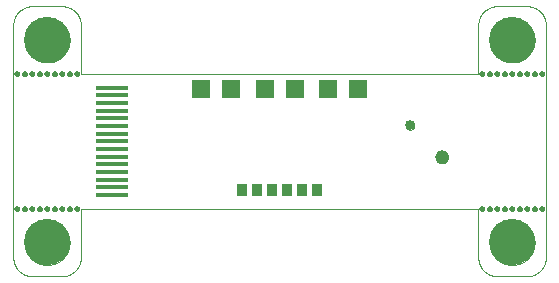
<source format=gbs>
G75*
%MOIN*%
%OFA0B0*%
%FSLAX25Y25*%
%IPPOS*%
%LPD*%
%AMOC8*
5,1,8,0,0,1.08239X$1,22.5*
%
%ADD10C,0.00000*%
%ADD11C,0.15400*%
%ADD12C,0.01900*%
%ADD13C,0.03353*%
%ADD14C,0.04534*%
%ADD15R,0.06400X0.06400*%
%ADD16R,0.10636X0.01778*%
%ADD17R,0.03600X0.03900*%
D10*
X0044428Y0027683D02*
X0044428Y0105183D01*
X0044430Y0105339D01*
X0044436Y0105495D01*
X0044445Y0105650D01*
X0044459Y0105805D01*
X0044477Y0105960D01*
X0044498Y0106115D01*
X0044523Y0106268D01*
X0044552Y0106421D01*
X0044585Y0106574D01*
X0044621Y0106725D01*
X0044662Y0106876D01*
X0044706Y0107025D01*
X0044753Y0107174D01*
X0044805Y0107321D01*
X0044860Y0107466D01*
X0044919Y0107611D01*
X0044981Y0107754D01*
X0045047Y0107895D01*
X0045116Y0108034D01*
X0045189Y0108172D01*
X0045265Y0108308D01*
X0045345Y0108442D01*
X0045428Y0108574D01*
X0045514Y0108704D01*
X0045603Y0108831D01*
X0045696Y0108957D01*
X0045792Y0109080D01*
X0045890Y0109200D01*
X0045992Y0109319D01*
X0046096Y0109434D01*
X0046204Y0109547D01*
X0046314Y0109657D01*
X0046427Y0109765D01*
X0046542Y0109869D01*
X0046661Y0109971D01*
X0046781Y0110069D01*
X0046904Y0110165D01*
X0047030Y0110258D01*
X0047157Y0110347D01*
X0047287Y0110433D01*
X0047419Y0110516D01*
X0047553Y0110596D01*
X0047689Y0110672D01*
X0047827Y0110745D01*
X0047966Y0110814D01*
X0048107Y0110880D01*
X0048250Y0110942D01*
X0048395Y0111001D01*
X0048540Y0111056D01*
X0048687Y0111108D01*
X0048836Y0111155D01*
X0048985Y0111199D01*
X0049136Y0111240D01*
X0049287Y0111276D01*
X0049440Y0111309D01*
X0049593Y0111338D01*
X0049746Y0111363D01*
X0049901Y0111384D01*
X0050056Y0111402D01*
X0050211Y0111416D01*
X0050366Y0111425D01*
X0050522Y0111431D01*
X0050678Y0111433D01*
X0060678Y0111433D01*
X0060834Y0111431D01*
X0060990Y0111425D01*
X0061145Y0111416D01*
X0061300Y0111402D01*
X0061455Y0111384D01*
X0061610Y0111363D01*
X0061763Y0111338D01*
X0061916Y0111309D01*
X0062069Y0111276D01*
X0062220Y0111240D01*
X0062371Y0111199D01*
X0062520Y0111155D01*
X0062669Y0111108D01*
X0062816Y0111056D01*
X0062961Y0111001D01*
X0063106Y0110942D01*
X0063249Y0110880D01*
X0063390Y0110814D01*
X0063529Y0110745D01*
X0063667Y0110672D01*
X0063803Y0110596D01*
X0063937Y0110516D01*
X0064069Y0110433D01*
X0064199Y0110347D01*
X0064326Y0110258D01*
X0064452Y0110165D01*
X0064575Y0110069D01*
X0064695Y0109971D01*
X0064814Y0109869D01*
X0064929Y0109765D01*
X0065042Y0109657D01*
X0065152Y0109547D01*
X0065260Y0109434D01*
X0065364Y0109319D01*
X0065466Y0109200D01*
X0065564Y0109080D01*
X0065660Y0108957D01*
X0065753Y0108831D01*
X0065842Y0108704D01*
X0065928Y0108574D01*
X0066011Y0108442D01*
X0066091Y0108308D01*
X0066167Y0108172D01*
X0066240Y0108034D01*
X0066309Y0107895D01*
X0066375Y0107754D01*
X0066437Y0107611D01*
X0066496Y0107466D01*
X0066551Y0107321D01*
X0066603Y0107174D01*
X0066650Y0107025D01*
X0066694Y0106876D01*
X0066735Y0106725D01*
X0066771Y0106574D01*
X0066804Y0106421D01*
X0066833Y0106268D01*
X0066858Y0106115D01*
X0066879Y0105960D01*
X0066897Y0105805D01*
X0066911Y0105650D01*
X0066920Y0105495D01*
X0066926Y0105339D01*
X0066928Y0105183D01*
X0066928Y0088933D01*
X0199428Y0088933D01*
X0199428Y0105183D01*
X0199430Y0105339D01*
X0199436Y0105495D01*
X0199445Y0105650D01*
X0199459Y0105805D01*
X0199477Y0105960D01*
X0199498Y0106115D01*
X0199523Y0106268D01*
X0199552Y0106421D01*
X0199585Y0106574D01*
X0199621Y0106725D01*
X0199662Y0106876D01*
X0199706Y0107025D01*
X0199753Y0107174D01*
X0199805Y0107321D01*
X0199860Y0107466D01*
X0199919Y0107611D01*
X0199981Y0107754D01*
X0200047Y0107895D01*
X0200116Y0108034D01*
X0200189Y0108172D01*
X0200265Y0108308D01*
X0200345Y0108442D01*
X0200428Y0108574D01*
X0200514Y0108704D01*
X0200603Y0108831D01*
X0200696Y0108957D01*
X0200792Y0109080D01*
X0200890Y0109200D01*
X0200992Y0109319D01*
X0201096Y0109434D01*
X0201204Y0109547D01*
X0201314Y0109657D01*
X0201427Y0109765D01*
X0201542Y0109869D01*
X0201661Y0109971D01*
X0201781Y0110069D01*
X0201904Y0110165D01*
X0202030Y0110258D01*
X0202157Y0110347D01*
X0202287Y0110433D01*
X0202419Y0110516D01*
X0202553Y0110596D01*
X0202689Y0110672D01*
X0202827Y0110745D01*
X0202966Y0110814D01*
X0203107Y0110880D01*
X0203250Y0110942D01*
X0203395Y0111001D01*
X0203540Y0111056D01*
X0203687Y0111108D01*
X0203836Y0111155D01*
X0203985Y0111199D01*
X0204136Y0111240D01*
X0204287Y0111276D01*
X0204440Y0111309D01*
X0204593Y0111338D01*
X0204746Y0111363D01*
X0204901Y0111384D01*
X0205056Y0111402D01*
X0205211Y0111416D01*
X0205366Y0111425D01*
X0205522Y0111431D01*
X0205678Y0111433D01*
X0215678Y0111433D01*
X0215834Y0111431D01*
X0215990Y0111425D01*
X0216145Y0111416D01*
X0216300Y0111402D01*
X0216455Y0111384D01*
X0216610Y0111363D01*
X0216763Y0111338D01*
X0216916Y0111309D01*
X0217069Y0111276D01*
X0217220Y0111240D01*
X0217371Y0111199D01*
X0217520Y0111155D01*
X0217669Y0111108D01*
X0217816Y0111056D01*
X0217961Y0111001D01*
X0218106Y0110942D01*
X0218249Y0110880D01*
X0218390Y0110814D01*
X0218529Y0110745D01*
X0218667Y0110672D01*
X0218803Y0110596D01*
X0218937Y0110516D01*
X0219069Y0110433D01*
X0219199Y0110347D01*
X0219326Y0110258D01*
X0219452Y0110165D01*
X0219575Y0110069D01*
X0219695Y0109971D01*
X0219814Y0109869D01*
X0219929Y0109765D01*
X0220042Y0109657D01*
X0220152Y0109547D01*
X0220260Y0109434D01*
X0220364Y0109319D01*
X0220466Y0109200D01*
X0220564Y0109080D01*
X0220660Y0108957D01*
X0220753Y0108831D01*
X0220842Y0108704D01*
X0220928Y0108574D01*
X0221011Y0108442D01*
X0221091Y0108308D01*
X0221167Y0108172D01*
X0221240Y0108034D01*
X0221309Y0107895D01*
X0221375Y0107754D01*
X0221437Y0107611D01*
X0221496Y0107466D01*
X0221551Y0107321D01*
X0221603Y0107174D01*
X0221650Y0107025D01*
X0221694Y0106876D01*
X0221735Y0106725D01*
X0221771Y0106574D01*
X0221804Y0106421D01*
X0221833Y0106268D01*
X0221858Y0106115D01*
X0221879Y0105960D01*
X0221897Y0105805D01*
X0221911Y0105650D01*
X0221920Y0105495D01*
X0221926Y0105339D01*
X0221928Y0105183D01*
X0221928Y0027683D01*
X0221926Y0027527D01*
X0221920Y0027371D01*
X0221911Y0027216D01*
X0221897Y0027061D01*
X0221879Y0026906D01*
X0221858Y0026751D01*
X0221833Y0026598D01*
X0221804Y0026445D01*
X0221771Y0026292D01*
X0221735Y0026141D01*
X0221694Y0025990D01*
X0221650Y0025841D01*
X0221603Y0025692D01*
X0221551Y0025545D01*
X0221496Y0025400D01*
X0221437Y0025255D01*
X0221375Y0025112D01*
X0221309Y0024971D01*
X0221240Y0024832D01*
X0221167Y0024694D01*
X0221091Y0024558D01*
X0221011Y0024424D01*
X0220928Y0024292D01*
X0220842Y0024162D01*
X0220753Y0024035D01*
X0220660Y0023909D01*
X0220564Y0023786D01*
X0220466Y0023666D01*
X0220364Y0023547D01*
X0220260Y0023432D01*
X0220152Y0023319D01*
X0220042Y0023209D01*
X0219929Y0023101D01*
X0219814Y0022997D01*
X0219695Y0022895D01*
X0219575Y0022797D01*
X0219452Y0022701D01*
X0219326Y0022608D01*
X0219199Y0022519D01*
X0219069Y0022433D01*
X0218937Y0022350D01*
X0218803Y0022270D01*
X0218667Y0022194D01*
X0218529Y0022121D01*
X0218390Y0022052D01*
X0218249Y0021986D01*
X0218106Y0021924D01*
X0217961Y0021865D01*
X0217816Y0021810D01*
X0217669Y0021758D01*
X0217520Y0021711D01*
X0217371Y0021667D01*
X0217220Y0021626D01*
X0217069Y0021590D01*
X0216916Y0021557D01*
X0216763Y0021528D01*
X0216610Y0021503D01*
X0216455Y0021482D01*
X0216300Y0021464D01*
X0216145Y0021450D01*
X0215990Y0021441D01*
X0215834Y0021435D01*
X0215678Y0021433D01*
X0205678Y0021433D01*
X0205522Y0021435D01*
X0205366Y0021441D01*
X0205211Y0021450D01*
X0205056Y0021464D01*
X0204901Y0021482D01*
X0204746Y0021503D01*
X0204593Y0021528D01*
X0204440Y0021557D01*
X0204287Y0021590D01*
X0204136Y0021626D01*
X0203985Y0021667D01*
X0203836Y0021711D01*
X0203687Y0021758D01*
X0203540Y0021810D01*
X0203395Y0021865D01*
X0203250Y0021924D01*
X0203107Y0021986D01*
X0202966Y0022052D01*
X0202827Y0022121D01*
X0202689Y0022194D01*
X0202553Y0022270D01*
X0202419Y0022350D01*
X0202287Y0022433D01*
X0202157Y0022519D01*
X0202030Y0022608D01*
X0201904Y0022701D01*
X0201781Y0022797D01*
X0201661Y0022895D01*
X0201542Y0022997D01*
X0201427Y0023101D01*
X0201314Y0023209D01*
X0201204Y0023319D01*
X0201096Y0023432D01*
X0200992Y0023547D01*
X0200890Y0023666D01*
X0200792Y0023786D01*
X0200696Y0023909D01*
X0200603Y0024035D01*
X0200514Y0024162D01*
X0200428Y0024292D01*
X0200345Y0024424D01*
X0200265Y0024558D01*
X0200189Y0024694D01*
X0200116Y0024832D01*
X0200047Y0024971D01*
X0199981Y0025112D01*
X0199919Y0025255D01*
X0199860Y0025400D01*
X0199805Y0025545D01*
X0199753Y0025692D01*
X0199706Y0025841D01*
X0199662Y0025990D01*
X0199621Y0026141D01*
X0199585Y0026292D01*
X0199552Y0026445D01*
X0199523Y0026598D01*
X0199498Y0026751D01*
X0199477Y0026906D01*
X0199459Y0027061D01*
X0199445Y0027216D01*
X0199436Y0027371D01*
X0199430Y0027527D01*
X0199428Y0027683D01*
X0199428Y0043933D01*
X0066928Y0043933D01*
X0066928Y0027683D01*
X0066926Y0027527D01*
X0066920Y0027371D01*
X0066911Y0027216D01*
X0066897Y0027061D01*
X0066879Y0026906D01*
X0066858Y0026751D01*
X0066833Y0026598D01*
X0066804Y0026445D01*
X0066771Y0026292D01*
X0066735Y0026141D01*
X0066694Y0025990D01*
X0066650Y0025841D01*
X0066603Y0025692D01*
X0066551Y0025545D01*
X0066496Y0025400D01*
X0066437Y0025255D01*
X0066375Y0025112D01*
X0066309Y0024971D01*
X0066240Y0024832D01*
X0066167Y0024694D01*
X0066091Y0024558D01*
X0066011Y0024424D01*
X0065928Y0024292D01*
X0065842Y0024162D01*
X0065753Y0024035D01*
X0065660Y0023909D01*
X0065564Y0023786D01*
X0065466Y0023666D01*
X0065364Y0023547D01*
X0065260Y0023432D01*
X0065152Y0023319D01*
X0065042Y0023209D01*
X0064929Y0023101D01*
X0064814Y0022997D01*
X0064695Y0022895D01*
X0064575Y0022797D01*
X0064452Y0022701D01*
X0064326Y0022608D01*
X0064199Y0022519D01*
X0064069Y0022433D01*
X0063937Y0022350D01*
X0063803Y0022270D01*
X0063667Y0022194D01*
X0063529Y0022121D01*
X0063390Y0022052D01*
X0063249Y0021986D01*
X0063106Y0021924D01*
X0062961Y0021865D01*
X0062816Y0021810D01*
X0062669Y0021758D01*
X0062520Y0021711D01*
X0062371Y0021667D01*
X0062220Y0021626D01*
X0062069Y0021590D01*
X0061916Y0021557D01*
X0061763Y0021528D01*
X0061610Y0021503D01*
X0061455Y0021482D01*
X0061300Y0021464D01*
X0061145Y0021450D01*
X0060990Y0021441D01*
X0060834Y0021435D01*
X0060678Y0021433D01*
X0050678Y0021433D01*
X0050522Y0021435D01*
X0050366Y0021441D01*
X0050211Y0021450D01*
X0050056Y0021464D01*
X0049901Y0021482D01*
X0049746Y0021503D01*
X0049593Y0021528D01*
X0049440Y0021557D01*
X0049287Y0021590D01*
X0049136Y0021626D01*
X0048985Y0021667D01*
X0048836Y0021711D01*
X0048687Y0021758D01*
X0048540Y0021810D01*
X0048395Y0021865D01*
X0048250Y0021924D01*
X0048107Y0021986D01*
X0047966Y0022052D01*
X0047827Y0022121D01*
X0047689Y0022194D01*
X0047553Y0022270D01*
X0047419Y0022350D01*
X0047287Y0022433D01*
X0047157Y0022519D01*
X0047030Y0022608D01*
X0046904Y0022701D01*
X0046781Y0022797D01*
X0046661Y0022895D01*
X0046542Y0022997D01*
X0046427Y0023101D01*
X0046314Y0023209D01*
X0046204Y0023319D01*
X0046096Y0023432D01*
X0045992Y0023547D01*
X0045890Y0023666D01*
X0045792Y0023786D01*
X0045696Y0023909D01*
X0045603Y0024035D01*
X0045514Y0024162D01*
X0045428Y0024292D01*
X0045345Y0024424D01*
X0045265Y0024558D01*
X0045189Y0024694D01*
X0045116Y0024832D01*
X0045047Y0024971D01*
X0044981Y0025112D01*
X0044919Y0025255D01*
X0044860Y0025400D01*
X0044805Y0025545D01*
X0044753Y0025692D01*
X0044706Y0025841D01*
X0044662Y0025990D01*
X0044621Y0026141D01*
X0044585Y0026292D01*
X0044552Y0026445D01*
X0044523Y0026598D01*
X0044498Y0026751D01*
X0044477Y0026906D01*
X0044459Y0027061D01*
X0044445Y0027216D01*
X0044436Y0027371D01*
X0044430Y0027527D01*
X0044428Y0027683D01*
X0048178Y0032683D02*
X0048180Y0032867D01*
X0048187Y0033051D01*
X0048198Y0033235D01*
X0048214Y0033418D01*
X0048234Y0033601D01*
X0048259Y0033783D01*
X0048288Y0033965D01*
X0048322Y0034146D01*
X0048360Y0034326D01*
X0048403Y0034505D01*
X0048450Y0034683D01*
X0048501Y0034860D01*
X0048557Y0035036D01*
X0048616Y0035210D01*
X0048681Y0035382D01*
X0048749Y0035553D01*
X0048821Y0035722D01*
X0048898Y0035890D01*
X0048979Y0036055D01*
X0049064Y0036218D01*
X0049152Y0036380D01*
X0049245Y0036539D01*
X0049342Y0036695D01*
X0049442Y0036850D01*
X0049546Y0037002D01*
X0049654Y0037151D01*
X0049765Y0037297D01*
X0049880Y0037441D01*
X0049999Y0037582D01*
X0050121Y0037720D01*
X0050246Y0037855D01*
X0050375Y0037986D01*
X0050506Y0038115D01*
X0050641Y0038240D01*
X0050779Y0038362D01*
X0050920Y0038481D01*
X0051064Y0038596D01*
X0051210Y0038707D01*
X0051359Y0038815D01*
X0051511Y0038919D01*
X0051666Y0039019D01*
X0051822Y0039116D01*
X0051981Y0039209D01*
X0052143Y0039297D01*
X0052306Y0039382D01*
X0052471Y0039463D01*
X0052639Y0039540D01*
X0052808Y0039612D01*
X0052979Y0039680D01*
X0053151Y0039745D01*
X0053325Y0039804D01*
X0053501Y0039860D01*
X0053678Y0039911D01*
X0053856Y0039958D01*
X0054035Y0040001D01*
X0054215Y0040039D01*
X0054396Y0040073D01*
X0054578Y0040102D01*
X0054760Y0040127D01*
X0054943Y0040147D01*
X0055126Y0040163D01*
X0055310Y0040174D01*
X0055494Y0040181D01*
X0055678Y0040183D01*
X0055862Y0040181D01*
X0056046Y0040174D01*
X0056230Y0040163D01*
X0056413Y0040147D01*
X0056596Y0040127D01*
X0056778Y0040102D01*
X0056960Y0040073D01*
X0057141Y0040039D01*
X0057321Y0040001D01*
X0057500Y0039958D01*
X0057678Y0039911D01*
X0057855Y0039860D01*
X0058031Y0039804D01*
X0058205Y0039745D01*
X0058377Y0039680D01*
X0058548Y0039612D01*
X0058717Y0039540D01*
X0058885Y0039463D01*
X0059050Y0039382D01*
X0059213Y0039297D01*
X0059375Y0039209D01*
X0059534Y0039116D01*
X0059690Y0039019D01*
X0059845Y0038919D01*
X0059997Y0038815D01*
X0060146Y0038707D01*
X0060292Y0038596D01*
X0060436Y0038481D01*
X0060577Y0038362D01*
X0060715Y0038240D01*
X0060850Y0038115D01*
X0060981Y0037986D01*
X0061110Y0037855D01*
X0061235Y0037720D01*
X0061357Y0037582D01*
X0061476Y0037441D01*
X0061591Y0037297D01*
X0061702Y0037151D01*
X0061810Y0037002D01*
X0061914Y0036850D01*
X0062014Y0036695D01*
X0062111Y0036539D01*
X0062204Y0036380D01*
X0062292Y0036218D01*
X0062377Y0036055D01*
X0062458Y0035890D01*
X0062535Y0035722D01*
X0062607Y0035553D01*
X0062675Y0035382D01*
X0062740Y0035210D01*
X0062799Y0035036D01*
X0062855Y0034860D01*
X0062906Y0034683D01*
X0062953Y0034505D01*
X0062996Y0034326D01*
X0063034Y0034146D01*
X0063068Y0033965D01*
X0063097Y0033783D01*
X0063122Y0033601D01*
X0063142Y0033418D01*
X0063158Y0033235D01*
X0063169Y0033051D01*
X0063176Y0032867D01*
X0063178Y0032683D01*
X0063176Y0032499D01*
X0063169Y0032315D01*
X0063158Y0032131D01*
X0063142Y0031948D01*
X0063122Y0031765D01*
X0063097Y0031583D01*
X0063068Y0031401D01*
X0063034Y0031220D01*
X0062996Y0031040D01*
X0062953Y0030861D01*
X0062906Y0030683D01*
X0062855Y0030506D01*
X0062799Y0030330D01*
X0062740Y0030156D01*
X0062675Y0029984D01*
X0062607Y0029813D01*
X0062535Y0029644D01*
X0062458Y0029476D01*
X0062377Y0029311D01*
X0062292Y0029148D01*
X0062204Y0028986D01*
X0062111Y0028827D01*
X0062014Y0028671D01*
X0061914Y0028516D01*
X0061810Y0028364D01*
X0061702Y0028215D01*
X0061591Y0028069D01*
X0061476Y0027925D01*
X0061357Y0027784D01*
X0061235Y0027646D01*
X0061110Y0027511D01*
X0060981Y0027380D01*
X0060850Y0027251D01*
X0060715Y0027126D01*
X0060577Y0027004D01*
X0060436Y0026885D01*
X0060292Y0026770D01*
X0060146Y0026659D01*
X0059997Y0026551D01*
X0059845Y0026447D01*
X0059690Y0026347D01*
X0059534Y0026250D01*
X0059375Y0026157D01*
X0059213Y0026069D01*
X0059050Y0025984D01*
X0058885Y0025903D01*
X0058717Y0025826D01*
X0058548Y0025754D01*
X0058377Y0025686D01*
X0058205Y0025621D01*
X0058031Y0025562D01*
X0057855Y0025506D01*
X0057678Y0025455D01*
X0057500Y0025408D01*
X0057321Y0025365D01*
X0057141Y0025327D01*
X0056960Y0025293D01*
X0056778Y0025264D01*
X0056596Y0025239D01*
X0056413Y0025219D01*
X0056230Y0025203D01*
X0056046Y0025192D01*
X0055862Y0025185D01*
X0055678Y0025183D01*
X0055494Y0025185D01*
X0055310Y0025192D01*
X0055126Y0025203D01*
X0054943Y0025219D01*
X0054760Y0025239D01*
X0054578Y0025264D01*
X0054396Y0025293D01*
X0054215Y0025327D01*
X0054035Y0025365D01*
X0053856Y0025408D01*
X0053678Y0025455D01*
X0053501Y0025506D01*
X0053325Y0025562D01*
X0053151Y0025621D01*
X0052979Y0025686D01*
X0052808Y0025754D01*
X0052639Y0025826D01*
X0052471Y0025903D01*
X0052306Y0025984D01*
X0052143Y0026069D01*
X0051981Y0026157D01*
X0051822Y0026250D01*
X0051666Y0026347D01*
X0051511Y0026447D01*
X0051359Y0026551D01*
X0051210Y0026659D01*
X0051064Y0026770D01*
X0050920Y0026885D01*
X0050779Y0027004D01*
X0050641Y0027126D01*
X0050506Y0027251D01*
X0050375Y0027380D01*
X0050246Y0027511D01*
X0050121Y0027646D01*
X0049999Y0027784D01*
X0049880Y0027925D01*
X0049765Y0028069D01*
X0049654Y0028215D01*
X0049546Y0028364D01*
X0049442Y0028516D01*
X0049342Y0028671D01*
X0049245Y0028827D01*
X0049152Y0028986D01*
X0049064Y0029148D01*
X0048979Y0029311D01*
X0048898Y0029476D01*
X0048821Y0029644D01*
X0048749Y0029813D01*
X0048681Y0029984D01*
X0048616Y0030156D01*
X0048557Y0030330D01*
X0048501Y0030506D01*
X0048450Y0030683D01*
X0048403Y0030861D01*
X0048360Y0031040D01*
X0048322Y0031220D01*
X0048288Y0031401D01*
X0048259Y0031583D01*
X0048234Y0031765D01*
X0048214Y0031948D01*
X0048198Y0032131D01*
X0048187Y0032315D01*
X0048180Y0032499D01*
X0048178Y0032683D01*
X0047428Y0043933D02*
X0047430Y0043987D01*
X0047436Y0044041D01*
X0047446Y0044094D01*
X0047459Y0044147D01*
X0047476Y0044198D01*
X0047497Y0044248D01*
X0047522Y0044296D01*
X0047550Y0044343D01*
X0047581Y0044387D01*
X0047615Y0044429D01*
X0047652Y0044468D01*
X0047692Y0044505D01*
X0047735Y0044538D01*
X0047780Y0044569D01*
X0047827Y0044596D01*
X0047875Y0044619D01*
X0047926Y0044639D01*
X0047977Y0044656D01*
X0048030Y0044668D01*
X0048083Y0044677D01*
X0048137Y0044682D01*
X0048192Y0044683D01*
X0048246Y0044680D01*
X0048299Y0044673D01*
X0048352Y0044662D01*
X0048405Y0044648D01*
X0048456Y0044630D01*
X0048505Y0044608D01*
X0048553Y0044583D01*
X0048599Y0044554D01*
X0048643Y0044522D01*
X0048684Y0044487D01*
X0048722Y0044449D01*
X0048758Y0044408D01*
X0048791Y0044365D01*
X0048821Y0044320D01*
X0048847Y0044272D01*
X0048870Y0044223D01*
X0048889Y0044172D01*
X0048904Y0044121D01*
X0048916Y0044068D01*
X0048924Y0044014D01*
X0048928Y0043960D01*
X0048928Y0043906D01*
X0048924Y0043852D01*
X0048916Y0043798D01*
X0048904Y0043745D01*
X0048889Y0043694D01*
X0048870Y0043643D01*
X0048847Y0043594D01*
X0048821Y0043546D01*
X0048791Y0043501D01*
X0048758Y0043458D01*
X0048722Y0043417D01*
X0048684Y0043379D01*
X0048643Y0043344D01*
X0048599Y0043312D01*
X0048553Y0043283D01*
X0048505Y0043258D01*
X0048456Y0043236D01*
X0048405Y0043218D01*
X0048352Y0043204D01*
X0048299Y0043193D01*
X0048246Y0043186D01*
X0048192Y0043183D01*
X0048137Y0043184D01*
X0048083Y0043189D01*
X0048030Y0043198D01*
X0047977Y0043210D01*
X0047926Y0043227D01*
X0047875Y0043247D01*
X0047827Y0043270D01*
X0047780Y0043297D01*
X0047735Y0043328D01*
X0047692Y0043361D01*
X0047652Y0043398D01*
X0047615Y0043437D01*
X0047581Y0043479D01*
X0047550Y0043523D01*
X0047522Y0043570D01*
X0047497Y0043618D01*
X0047476Y0043668D01*
X0047459Y0043719D01*
X0047446Y0043772D01*
X0047436Y0043825D01*
X0047430Y0043879D01*
X0047428Y0043933D01*
X0044928Y0043933D02*
X0044930Y0043987D01*
X0044936Y0044041D01*
X0044946Y0044094D01*
X0044959Y0044147D01*
X0044976Y0044198D01*
X0044997Y0044248D01*
X0045022Y0044296D01*
X0045050Y0044343D01*
X0045081Y0044387D01*
X0045115Y0044429D01*
X0045152Y0044468D01*
X0045192Y0044505D01*
X0045235Y0044538D01*
X0045280Y0044569D01*
X0045327Y0044596D01*
X0045375Y0044619D01*
X0045426Y0044639D01*
X0045477Y0044656D01*
X0045530Y0044668D01*
X0045583Y0044677D01*
X0045637Y0044682D01*
X0045692Y0044683D01*
X0045746Y0044680D01*
X0045799Y0044673D01*
X0045852Y0044662D01*
X0045905Y0044648D01*
X0045956Y0044630D01*
X0046005Y0044608D01*
X0046053Y0044583D01*
X0046099Y0044554D01*
X0046143Y0044522D01*
X0046184Y0044487D01*
X0046222Y0044449D01*
X0046258Y0044408D01*
X0046291Y0044365D01*
X0046321Y0044320D01*
X0046347Y0044272D01*
X0046370Y0044223D01*
X0046389Y0044172D01*
X0046404Y0044121D01*
X0046416Y0044068D01*
X0046424Y0044014D01*
X0046428Y0043960D01*
X0046428Y0043906D01*
X0046424Y0043852D01*
X0046416Y0043798D01*
X0046404Y0043745D01*
X0046389Y0043694D01*
X0046370Y0043643D01*
X0046347Y0043594D01*
X0046321Y0043546D01*
X0046291Y0043501D01*
X0046258Y0043458D01*
X0046222Y0043417D01*
X0046184Y0043379D01*
X0046143Y0043344D01*
X0046099Y0043312D01*
X0046053Y0043283D01*
X0046005Y0043258D01*
X0045956Y0043236D01*
X0045905Y0043218D01*
X0045852Y0043204D01*
X0045799Y0043193D01*
X0045746Y0043186D01*
X0045692Y0043183D01*
X0045637Y0043184D01*
X0045583Y0043189D01*
X0045530Y0043198D01*
X0045477Y0043210D01*
X0045426Y0043227D01*
X0045375Y0043247D01*
X0045327Y0043270D01*
X0045280Y0043297D01*
X0045235Y0043328D01*
X0045192Y0043361D01*
X0045152Y0043398D01*
X0045115Y0043437D01*
X0045081Y0043479D01*
X0045050Y0043523D01*
X0045022Y0043570D01*
X0044997Y0043618D01*
X0044976Y0043668D01*
X0044959Y0043719D01*
X0044946Y0043772D01*
X0044936Y0043825D01*
X0044930Y0043879D01*
X0044928Y0043933D01*
X0049928Y0043933D02*
X0049930Y0043987D01*
X0049936Y0044041D01*
X0049946Y0044094D01*
X0049959Y0044147D01*
X0049976Y0044198D01*
X0049997Y0044248D01*
X0050022Y0044296D01*
X0050050Y0044343D01*
X0050081Y0044387D01*
X0050115Y0044429D01*
X0050152Y0044468D01*
X0050192Y0044505D01*
X0050235Y0044538D01*
X0050280Y0044569D01*
X0050327Y0044596D01*
X0050375Y0044619D01*
X0050426Y0044639D01*
X0050477Y0044656D01*
X0050530Y0044668D01*
X0050583Y0044677D01*
X0050637Y0044682D01*
X0050692Y0044683D01*
X0050746Y0044680D01*
X0050799Y0044673D01*
X0050852Y0044662D01*
X0050905Y0044648D01*
X0050956Y0044630D01*
X0051005Y0044608D01*
X0051053Y0044583D01*
X0051099Y0044554D01*
X0051143Y0044522D01*
X0051184Y0044487D01*
X0051222Y0044449D01*
X0051258Y0044408D01*
X0051291Y0044365D01*
X0051321Y0044320D01*
X0051347Y0044272D01*
X0051370Y0044223D01*
X0051389Y0044172D01*
X0051404Y0044121D01*
X0051416Y0044068D01*
X0051424Y0044014D01*
X0051428Y0043960D01*
X0051428Y0043906D01*
X0051424Y0043852D01*
X0051416Y0043798D01*
X0051404Y0043745D01*
X0051389Y0043694D01*
X0051370Y0043643D01*
X0051347Y0043594D01*
X0051321Y0043546D01*
X0051291Y0043501D01*
X0051258Y0043458D01*
X0051222Y0043417D01*
X0051184Y0043379D01*
X0051143Y0043344D01*
X0051099Y0043312D01*
X0051053Y0043283D01*
X0051005Y0043258D01*
X0050956Y0043236D01*
X0050905Y0043218D01*
X0050852Y0043204D01*
X0050799Y0043193D01*
X0050746Y0043186D01*
X0050692Y0043183D01*
X0050637Y0043184D01*
X0050583Y0043189D01*
X0050530Y0043198D01*
X0050477Y0043210D01*
X0050426Y0043227D01*
X0050375Y0043247D01*
X0050327Y0043270D01*
X0050280Y0043297D01*
X0050235Y0043328D01*
X0050192Y0043361D01*
X0050152Y0043398D01*
X0050115Y0043437D01*
X0050081Y0043479D01*
X0050050Y0043523D01*
X0050022Y0043570D01*
X0049997Y0043618D01*
X0049976Y0043668D01*
X0049959Y0043719D01*
X0049946Y0043772D01*
X0049936Y0043825D01*
X0049930Y0043879D01*
X0049928Y0043933D01*
X0052428Y0043933D02*
X0052430Y0043987D01*
X0052436Y0044041D01*
X0052446Y0044094D01*
X0052459Y0044147D01*
X0052476Y0044198D01*
X0052497Y0044248D01*
X0052522Y0044296D01*
X0052550Y0044343D01*
X0052581Y0044387D01*
X0052615Y0044429D01*
X0052652Y0044468D01*
X0052692Y0044505D01*
X0052735Y0044538D01*
X0052780Y0044569D01*
X0052827Y0044596D01*
X0052875Y0044619D01*
X0052926Y0044639D01*
X0052977Y0044656D01*
X0053030Y0044668D01*
X0053083Y0044677D01*
X0053137Y0044682D01*
X0053192Y0044683D01*
X0053246Y0044680D01*
X0053299Y0044673D01*
X0053352Y0044662D01*
X0053405Y0044648D01*
X0053456Y0044630D01*
X0053505Y0044608D01*
X0053553Y0044583D01*
X0053599Y0044554D01*
X0053643Y0044522D01*
X0053684Y0044487D01*
X0053722Y0044449D01*
X0053758Y0044408D01*
X0053791Y0044365D01*
X0053821Y0044320D01*
X0053847Y0044272D01*
X0053870Y0044223D01*
X0053889Y0044172D01*
X0053904Y0044121D01*
X0053916Y0044068D01*
X0053924Y0044014D01*
X0053928Y0043960D01*
X0053928Y0043906D01*
X0053924Y0043852D01*
X0053916Y0043798D01*
X0053904Y0043745D01*
X0053889Y0043694D01*
X0053870Y0043643D01*
X0053847Y0043594D01*
X0053821Y0043546D01*
X0053791Y0043501D01*
X0053758Y0043458D01*
X0053722Y0043417D01*
X0053684Y0043379D01*
X0053643Y0043344D01*
X0053599Y0043312D01*
X0053553Y0043283D01*
X0053505Y0043258D01*
X0053456Y0043236D01*
X0053405Y0043218D01*
X0053352Y0043204D01*
X0053299Y0043193D01*
X0053246Y0043186D01*
X0053192Y0043183D01*
X0053137Y0043184D01*
X0053083Y0043189D01*
X0053030Y0043198D01*
X0052977Y0043210D01*
X0052926Y0043227D01*
X0052875Y0043247D01*
X0052827Y0043270D01*
X0052780Y0043297D01*
X0052735Y0043328D01*
X0052692Y0043361D01*
X0052652Y0043398D01*
X0052615Y0043437D01*
X0052581Y0043479D01*
X0052550Y0043523D01*
X0052522Y0043570D01*
X0052497Y0043618D01*
X0052476Y0043668D01*
X0052459Y0043719D01*
X0052446Y0043772D01*
X0052436Y0043825D01*
X0052430Y0043879D01*
X0052428Y0043933D01*
X0054928Y0043933D02*
X0054930Y0043987D01*
X0054936Y0044041D01*
X0054946Y0044094D01*
X0054959Y0044147D01*
X0054976Y0044198D01*
X0054997Y0044248D01*
X0055022Y0044296D01*
X0055050Y0044343D01*
X0055081Y0044387D01*
X0055115Y0044429D01*
X0055152Y0044468D01*
X0055192Y0044505D01*
X0055235Y0044538D01*
X0055280Y0044569D01*
X0055327Y0044596D01*
X0055375Y0044619D01*
X0055426Y0044639D01*
X0055477Y0044656D01*
X0055530Y0044668D01*
X0055583Y0044677D01*
X0055637Y0044682D01*
X0055692Y0044683D01*
X0055746Y0044680D01*
X0055799Y0044673D01*
X0055852Y0044662D01*
X0055905Y0044648D01*
X0055956Y0044630D01*
X0056005Y0044608D01*
X0056053Y0044583D01*
X0056099Y0044554D01*
X0056143Y0044522D01*
X0056184Y0044487D01*
X0056222Y0044449D01*
X0056258Y0044408D01*
X0056291Y0044365D01*
X0056321Y0044320D01*
X0056347Y0044272D01*
X0056370Y0044223D01*
X0056389Y0044172D01*
X0056404Y0044121D01*
X0056416Y0044068D01*
X0056424Y0044014D01*
X0056428Y0043960D01*
X0056428Y0043906D01*
X0056424Y0043852D01*
X0056416Y0043798D01*
X0056404Y0043745D01*
X0056389Y0043694D01*
X0056370Y0043643D01*
X0056347Y0043594D01*
X0056321Y0043546D01*
X0056291Y0043501D01*
X0056258Y0043458D01*
X0056222Y0043417D01*
X0056184Y0043379D01*
X0056143Y0043344D01*
X0056099Y0043312D01*
X0056053Y0043283D01*
X0056005Y0043258D01*
X0055956Y0043236D01*
X0055905Y0043218D01*
X0055852Y0043204D01*
X0055799Y0043193D01*
X0055746Y0043186D01*
X0055692Y0043183D01*
X0055637Y0043184D01*
X0055583Y0043189D01*
X0055530Y0043198D01*
X0055477Y0043210D01*
X0055426Y0043227D01*
X0055375Y0043247D01*
X0055327Y0043270D01*
X0055280Y0043297D01*
X0055235Y0043328D01*
X0055192Y0043361D01*
X0055152Y0043398D01*
X0055115Y0043437D01*
X0055081Y0043479D01*
X0055050Y0043523D01*
X0055022Y0043570D01*
X0054997Y0043618D01*
X0054976Y0043668D01*
X0054959Y0043719D01*
X0054946Y0043772D01*
X0054936Y0043825D01*
X0054930Y0043879D01*
X0054928Y0043933D01*
X0057428Y0043933D02*
X0057430Y0043987D01*
X0057436Y0044041D01*
X0057446Y0044094D01*
X0057459Y0044147D01*
X0057476Y0044198D01*
X0057497Y0044248D01*
X0057522Y0044296D01*
X0057550Y0044343D01*
X0057581Y0044387D01*
X0057615Y0044429D01*
X0057652Y0044468D01*
X0057692Y0044505D01*
X0057735Y0044538D01*
X0057780Y0044569D01*
X0057827Y0044596D01*
X0057875Y0044619D01*
X0057926Y0044639D01*
X0057977Y0044656D01*
X0058030Y0044668D01*
X0058083Y0044677D01*
X0058137Y0044682D01*
X0058192Y0044683D01*
X0058246Y0044680D01*
X0058299Y0044673D01*
X0058352Y0044662D01*
X0058405Y0044648D01*
X0058456Y0044630D01*
X0058505Y0044608D01*
X0058553Y0044583D01*
X0058599Y0044554D01*
X0058643Y0044522D01*
X0058684Y0044487D01*
X0058722Y0044449D01*
X0058758Y0044408D01*
X0058791Y0044365D01*
X0058821Y0044320D01*
X0058847Y0044272D01*
X0058870Y0044223D01*
X0058889Y0044172D01*
X0058904Y0044121D01*
X0058916Y0044068D01*
X0058924Y0044014D01*
X0058928Y0043960D01*
X0058928Y0043906D01*
X0058924Y0043852D01*
X0058916Y0043798D01*
X0058904Y0043745D01*
X0058889Y0043694D01*
X0058870Y0043643D01*
X0058847Y0043594D01*
X0058821Y0043546D01*
X0058791Y0043501D01*
X0058758Y0043458D01*
X0058722Y0043417D01*
X0058684Y0043379D01*
X0058643Y0043344D01*
X0058599Y0043312D01*
X0058553Y0043283D01*
X0058505Y0043258D01*
X0058456Y0043236D01*
X0058405Y0043218D01*
X0058352Y0043204D01*
X0058299Y0043193D01*
X0058246Y0043186D01*
X0058192Y0043183D01*
X0058137Y0043184D01*
X0058083Y0043189D01*
X0058030Y0043198D01*
X0057977Y0043210D01*
X0057926Y0043227D01*
X0057875Y0043247D01*
X0057827Y0043270D01*
X0057780Y0043297D01*
X0057735Y0043328D01*
X0057692Y0043361D01*
X0057652Y0043398D01*
X0057615Y0043437D01*
X0057581Y0043479D01*
X0057550Y0043523D01*
X0057522Y0043570D01*
X0057497Y0043618D01*
X0057476Y0043668D01*
X0057459Y0043719D01*
X0057446Y0043772D01*
X0057436Y0043825D01*
X0057430Y0043879D01*
X0057428Y0043933D01*
X0059928Y0043933D02*
X0059930Y0043987D01*
X0059936Y0044041D01*
X0059946Y0044094D01*
X0059959Y0044147D01*
X0059976Y0044198D01*
X0059997Y0044248D01*
X0060022Y0044296D01*
X0060050Y0044343D01*
X0060081Y0044387D01*
X0060115Y0044429D01*
X0060152Y0044468D01*
X0060192Y0044505D01*
X0060235Y0044538D01*
X0060280Y0044569D01*
X0060327Y0044596D01*
X0060375Y0044619D01*
X0060426Y0044639D01*
X0060477Y0044656D01*
X0060530Y0044668D01*
X0060583Y0044677D01*
X0060637Y0044682D01*
X0060692Y0044683D01*
X0060746Y0044680D01*
X0060799Y0044673D01*
X0060852Y0044662D01*
X0060905Y0044648D01*
X0060956Y0044630D01*
X0061005Y0044608D01*
X0061053Y0044583D01*
X0061099Y0044554D01*
X0061143Y0044522D01*
X0061184Y0044487D01*
X0061222Y0044449D01*
X0061258Y0044408D01*
X0061291Y0044365D01*
X0061321Y0044320D01*
X0061347Y0044272D01*
X0061370Y0044223D01*
X0061389Y0044172D01*
X0061404Y0044121D01*
X0061416Y0044068D01*
X0061424Y0044014D01*
X0061428Y0043960D01*
X0061428Y0043906D01*
X0061424Y0043852D01*
X0061416Y0043798D01*
X0061404Y0043745D01*
X0061389Y0043694D01*
X0061370Y0043643D01*
X0061347Y0043594D01*
X0061321Y0043546D01*
X0061291Y0043501D01*
X0061258Y0043458D01*
X0061222Y0043417D01*
X0061184Y0043379D01*
X0061143Y0043344D01*
X0061099Y0043312D01*
X0061053Y0043283D01*
X0061005Y0043258D01*
X0060956Y0043236D01*
X0060905Y0043218D01*
X0060852Y0043204D01*
X0060799Y0043193D01*
X0060746Y0043186D01*
X0060692Y0043183D01*
X0060637Y0043184D01*
X0060583Y0043189D01*
X0060530Y0043198D01*
X0060477Y0043210D01*
X0060426Y0043227D01*
X0060375Y0043247D01*
X0060327Y0043270D01*
X0060280Y0043297D01*
X0060235Y0043328D01*
X0060192Y0043361D01*
X0060152Y0043398D01*
X0060115Y0043437D01*
X0060081Y0043479D01*
X0060050Y0043523D01*
X0060022Y0043570D01*
X0059997Y0043618D01*
X0059976Y0043668D01*
X0059959Y0043719D01*
X0059946Y0043772D01*
X0059936Y0043825D01*
X0059930Y0043879D01*
X0059928Y0043933D01*
X0062428Y0043933D02*
X0062430Y0043987D01*
X0062436Y0044041D01*
X0062446Y0044094D01*
X0062459Y0044147D01*
X0062476Y0044198D01*
X0062497Y0044248D01*
X0062522Y0044296D01*
X0062550Y0044343D01*
X0062581Y0044387D01*
X0062615Y0044429D01*
X0062652Y0044468D01*
X0062692Y0044505D01*
X0062735Y0044538D01*
X0062780Y0044569D01*
X0062827Y0044596D01*
X0062875Y0044619D01*
X0062926Y0044639D01*
X0062977Y0044656D01*
X0063030Y0044668D01*
X0063083Y0044677D01*
X0063137Y0044682D01*
X0063192Y0044683D01*
X0063246Y0044680D01*
X0063299Y0044673D01*
X0063352Y0044662D01*
X0063405Y0044648D01*
X0063456Y0044630D01*
X0063505Y0044608D01*
X0063553Y0044583D01*
X0063599Y0044554D01*
X0063643Y0044522D01*
X0063684Y0044487D01*
X0063722Y0044449D01*
X0063758Y0044408D01*
X0063791Y0044365D01*
X0063821Y0044320D01*
X0063847Y0044272D01*
X0063870Y0044223D01*
X0063889Y0044172D01*
X0063904Y0044121D01*
X0063916Y0044068D01*
X0063924Y0044014D01*
X0063928Y0043960D01*
X0063928Y0043906D01*
X0063924Y0043852D01*
X0063916Y0043798D01*
X0063904Y0043745D01*
X0063889Y0043694D01*
X0063870Y0043643D01*
X0063847Y0043594D01*
X0063821Y0043546D01*
X0063791Y0043501D01*
X0063758Y0043458D01*
X0063722Y0043417D01*
X0063684Y0043379D01*
X0063643Y0043344D01*
X0063599Y0043312D01*
X0063553Y0043283D01*
X0063505Y0043258D01*
X0063456Y0043236D01*
X0063405Y0043218D01*
X0063352Y0043204D01*
X0063299Y0043193D01*
X0063246Y0043186D01*
X0063192Y0043183D01*
X0063137Y0043184D01*
X0063083Y0043189D01*
X0063030Y0043198D01*
X0062977Y0043210D01*
X0062926Y0043227D01*
X0062875Y0043247D01*
X0062827Y0043270D01*
X0062780Y0043297D01*
X0062735Y0043328D01*
X0062692Y0043361D01*
X0062652Y0043398D01*
X0062615Y0043437D01*
X0062581Y0043479D01*
X0062550Y0043523D01*
X0062522Y0043570D01*
X0062497Y0043618D01*
X0062476Y0043668D01*
X0062459Y0043719D01*
X0062446Y0043772D01*
X0062436Y0043825D01*
X0062430Y0043879D01*
X0062428Y0043933D01*
X0064928Y0043933D02*
X0064930Y0043987D01*
X0064936Y0044041D01*
X0064946Y0044094D01*
X0064959Y0044147D01*
X0064976Y0044198D01*
X0064997Y0044248D01*
X0065022Y0044296D01*
X0065050Y0044343D01*
X0065081Y0044387D01*
X0065115Y0044429D01*
X0065152Y0044468D01*
X0065192Y0044505D01*
X0065235Y0044538D01*
X0065280Y0044569D01*
X0065327Y0044596D01*
X0065375Y0044619D01*
X0065426Y0044639D01*
X0065477Y0044656D01*
X0065530Y0044668D01*
X0065583Y0044677D01*
X0065637Y0044682D01*
X0065692Y0044683D01*
X0065746Y0044680D01*
X0065799Y0044673D01*
X0065852Y0044662D01*
X0065905Y0044648D01*
X0065956Y0044630D01*
X0066005Y0044608D01*
X0066053Y0044583D01*
X0066099Y0044554D01*
X0066143Y0044522D01*
X0066184Y0044487D01*
X0066222Y0044449D01*
X0066258Y0044408D01*
X0066291Y0044365D01*
X0066321Y0044320D01*
X0066347Y0044272D01*
X0066370Y0044223D01*
X0066389Y0044172D01*
X0066404Y0044121D01*
X0066416Y0044068D01*
X0066424Y0044014D01*
X0066428Y0043960D01*
X0066428Y0043906D01*
X0066424Y0043852D01*
X0066416Y0043798D01*
X0066404Y0043745D01*
X0066389Y0043694D01*
X0066370Y0043643D01*
X0066347Y0043594D01*
X0066321Y0043546D01*
X0066291Y0043501D01*
X0066258Y0043458D01*
X0066222Y0043417D01*
X0066184Y0043379D01*
X0066143Y0043344D01*
X0066099Y0043312D01*
X0066053Y0043283D01*
X0066005Y0043258D01*
X0065956Y0043236D01*
X0065905Y0043218D01*
X0065852Y0043204D01*
X0065799Y0043193D01*
X0065746Y0043186D01*
X0065692Y0043183D01*
X0065637Y0043184D01*
X0065583Y0043189D01*
X0065530Y0043198D01*
X0065477Y0043210D01*
X0065426Y0043227D01*
X0065375Y0043247D01*
X0065327Y0043270D01*
X0065280Y0043297D01*
X0065235Y0043328D01*
X0065192Y0043361D01*
X0065152Y0043398D01*
X0065115Y0043437D01*
X0065081Y0043479D01*
X0065050Y0043523D01*
X0065022Y0043570D01*
X0064997Y0043618D01*
X0064976Y0043668D01*
X0064959Y0043719D01*
X0064946Y0043772D01*
X0064936Y0043825D01*
X0064930Y0043879D01*
X0064928Y0043933D01*
X0064928Y0088933D02*
X0064930Y0088987D01*
X0064936Y0089041D01*
X0064946Y0089094D01*
X0064959Y0089147D01*
X0064976Y0089198D01*
X0064997Y0089248D01*
X0065022Y0089296D01*
X0065050Y0089343D01*
X0065081Y0089387D01*
X0065115Y0089429D01*
X0065152Y0089468D01*
X0065192Y0089505D01*
X0065235Y0089538D01*
X0065280Y0089569D01*
X0065327Y0089596D01*
X0065375Y0089619D01*
X0065426Y0089639D01*
X0065477Y0089656D01*
X0065530Y0089668D01*
X0065583Y0089677D01*
X0065637Y0089682D01*
X0065692Y0089683D01*
X0065746Y0089680D01*
X0065799Y0089673D01*
X0065852Y0089662D01*
X0065905Y0089648D01*
X0065956Y0089630D01*
X0066005Y0089608D01*
X0066053Y0089583D01*
X0066099Y0089554D01*
X0066143Y0089522D01*
X0066184Y0089487D01*
X0066222Y0089449D01*
X0066258Y0089408D01*
X0066291Y0089365D01*
X0066321Y0089320D01*
X0066347Y0089272D01*
X0066370Y0089223D01*
X0066389Y0089172D01*
X0066404Y0089121D01*
X0066416Y0089068D01*
X0066424Y0089014D01*
X0066428Y0088960D01*
X0066428Y0088906D01*
X0066424Y0088852D01*
X0066416Y0088798D01*
X0066404Y0088745D01*
X0066389Y0088694D01*
X0066370Y0088643D01*
X0066347Y0088594D01*
X0066321Y0088546D01*
X0066291Y0088501D01*
X0066258Y0088458D01*
X0066222Y0088417D01*
X0066184Y0088379D01*
X0066143Y0088344D01*
X0066099Y0088312D01*
X0066053Y0088283D01*
X0066005Y0088258D01*
X0065956Y0088236D01*
X0065905Y0088218D01*
X0065852Y0088204D01*
X0065799Y0088193D01*
X0065746Y0088186D01*
X0065692Y0088183D01*
X0065637Y0088184D01*
X0065583Y0088189D01*
X0065530Y0088198D01*
X0065477Y0088210D01*
X0065426Y0088227D01*
X0065375Y0088247D01*
X0065327Y0088270D01*
X0065280Y0088297D01*
X0065235Y0088328D01*
X0065192Y0088361D01*
X0065152Y0088398D01*
X0065115Y0088437D01*
X0065081Y0088479D01*
X0065050Y0088523D01*
X0065022Y0088570D01*
X0064997Y0088618D01*
X0064976Y0088668D01*
X0064959Y0088719D01*
X0064946Y0088772D01*
X0064936Y0088825D01*
X0064930Y0088879D01*
X0064928Y0088933D01*
X0062428Y0088933D02*
X0062430Y0088987D01*
X0062436Y0089041D01*
X0062446Y0089094D01*
X0062459Y0089147D01*
X0062476Y0089198D01*
X0062497Y0089248D01*
X0062522Y0089296D01*
X0062550Y0089343D01*
X0062581Y0089387D01*
X0062615Y0089429D01*
X0062652Y0089468D01*
X0062692Y0089505D01*
X0062735Y0089538D01*
X0062780Y0089569D01*
X0062827Y0089596D01*
X0062875Y0089619D01*
X0062926Y0089639D01*
X0062977Y0089656D01*
X0063030Y0089668D01*
X0063083Y0089677D01*
X0063137Y0089682D01*
X0063192Y0089683D01*
X0063246Y0089680D01*
X0063299Y0089673D01*
X0063352Y0089662D01*
X0063405Y0089648D01*
X0063456Y0089630D01*
X0063505Y0089608D01*
X0063553Y0089583D01*
X0063599Y0089554D01*
X0063643Y0089522D01*
X0063684Y0089487D01*
X0063722Y0089449D01*
X0063758Y0089408D01*
X0063791Y0089365D01*
X0063821Y0089320D01*
X0063847Y0089272D01*
X0063870Y0089223D01*
X0063889Y0089172D01*
X0063904Y0089121D01*
X0063916Y0089068D01*
X0063924Y0089014D01*
X0063928Y0088960D01*
X0063928Y0088906D01*
X0063924Y0088852D01*
X0063916Y0088798D01*
X0063904Y0088745D01*
X0063889Y0088694D01*
X0063870Y0088643D01*
X0063847Y0088594D01*
X0063821Y0088546D01*
X0063791Y0088501D01*
X0063758Y0088458D01*
X0063722Y0088417D01*
X0063684Y0088379D01*
X0063643Y0088344D01*
X0063599Y0088312D01*
X0063553Y0088283D01*
X0063505Y0088258D01*
X0063456Y0088236D01*
X0063405Y0088218D01*
X0063352Y0088204D01*
X0063299Y0088193D01*
X0063246Y0088186D01*
X0063192Y0088183D01*
X0063137Y0088184D01*
X0063083Y0088189D01*
X0063030Y0088198D01*
X0062977Y0088210D01*
X0062926Y0088227D01*
X0062875Y0088247D01*
X0062827Y0088270D01*
X0062780Y0088297D01*
X0062735Y0088328D01*
X0062692Y0088361D01*
X0062652Y0088398D01*
X0062615Y0088437D01*
X0062581Y0088479D01*
X0062550Y0088523D01*
X0062522Y0088570D01*
X0062497Y0088618D01*
X0062476Y0088668D01*
X0062459Y0088719D01*
X0062446Y0088772D01*
X0062436Y0088825D01*
X0062430Y0088879D01*
X0062428Y0088933D01*
X0059928Y0088933D02*
X0059930Y0088987D01*
X0059936Y0089041D01*
X0059946Y0089094D01*
X0059959Y0089147D01*
X0059976Y0089198D01*
X0059997Y0089248D01*
X0060022Y0089296D01*
X0060050Y0089343D01*
X0060081Y0089387D01*
X0060115Y0089429D01*
X0060152Y0089468D01*
X0060192Y0089505D01*
X0060235Y0089538D01*
X0060280Y0089569D01*
X0060327Y0089596D01*
X0060375Y0089619D01*
X0060426Y0089639D01*
X0060477Y0089656D01*
X0060530Y0089668D01*
X0060583Y0089677D01*
X0060637Y0089682D01*
X0060692Y0089683D01*
X0060746Y0089680D01*
X0060799Y0089673D01*
X0060852Y0089662D01*
X0060905Y0089648D01*
X0060956Y0089630D01*
X0061005Y0089608D01*
X0061053Y0089583D01*
X0061099Y0089554D01*
X0061143Y0089522D01*
X0061184Y0089487D01*
X0061222Y0089449D01*
X0061258Y0089408D01*
X0061291Y0089365D01*
X0061321Y0089320D01*
X0061347Y0089272D01*
X0061370Y0089223D01*
X0061389Y0089172D01*
X0061404Y0089121D01*
X0061416Y0089068D01*
X0061424Y0089014D01*
X0061428Y0088960D01*
X0061428Y0088906D01*
X0061424Y0088852D01*
X0061416Y0088798D01*
X0061404Y0088745D01*
X0061389Y0088694D01*
X0061370Y0088643D01*
X0061347Y0088594D01*
X0061321Y0088546D01*
X0061291Y0088501D01*
X0061258Y0088458D01*
X0061222Y0088417D01*
X0061184Y0088379D01*
X0061143Y0088344D01*
X0061099Y0088312D01*
X0061053Y0088283D01*
X0061005Y0088258D01*
X0060956Y0088236D01*
X0060905Y0088218D01*
X0060852Y0088204D01*
X0060799Y0088193D01*
X0060746Y0088186D01*
X0060692Y0088183D01*
X0060637Y0088184D01*
X0060583Y0088189D01*
X0060530Y0088198D01*
X0060477Y0088210D01*
X0060426Y0088227D01*
X0060375Y0088247D01*
X0060327Y0088270D01*
X0060280Y0088297D01*
X0060235Y0088328D01*
X0060192Y0088361D01*
X0060152Y0088398D01*
X0060115Y0088437D01*
X0060081Y0088479D01*
X0060050Y0088523D01*
X0060022Y0088570D01*
X0059997Y0088618D01*
X0059976Y0088668D01*
X0059959Y0088719D01*
X0059946Y0088772D01*
X0059936Y0088825D01*
X0059930Y0088879D01*
X0059928Y0088933D01*
X0057428Y0088933D02*
X0057430Y0088987D01*
X0057436Y0089041D01*
X0057446Y0089094D01*
X0057459Y0089147D01*
X0057476Y0089198D01*
X0057497Y0089248D01*
X0057522Y0089296D01*
X0057550Y0089343D01*
X0057581Y0089387D01*
X0057615Y0089429D01*
X0057652Y0089468D01*
X0057692Y0089505D01*
X0057735Y0089538D01*
X0057780Y0089569D01*
X0057827Y0089596D01*
X0057875Y0089619D01*
X0057926Y0089639D01*
X0057977Y0089656D01*
X0058030Y0089668D01*
X0058083Y0089677D01*
X0058137Y0089682D01*
X0058192Y0089683D01*
X0058246Y0089680D01*
X0058299Y0089673D01*
X0058352Y0089662D01*
X0058405Y0089648D01*
X0058456Y0089630D01*
X0058505Y0089608D01*
X0058553Y0089583D01*
X0058599Y0089554D01*
X0058643Y0089522D01*
X0058684Y0089487D01*
X0058722Y0089449D01*
X0058758Y0089408D01*
X0058791Y0089365D01*
X0058821Y0089320D01*
X0058847Y0089272D01*
X0058870Y0089223D01*
X0058889Y0089172D01*
X0058904Y0089121D01*
X0058916Y0089068D01*
X0058924Y0089014D01*
X0058928Y0088960D01*
X0058928Y0088906D01*
X0058924Y0088852D01*
X0058916Y0088798D01*
X0058904Y0088745D01*
X0058889Y0088694D01*
X0058870Y0088643D01*
X0058847Y0088594D01*
X0058821Y0088546D01*
X0058791Y0088501D01*
X0058758Y0088458D01*
X0058722Y0088417D01*
X0058684Y0088379D01*
X0058643Y0088344D01*
X0058599Y0088312D01*
X0058553Y0088283D01*
X0058505Y0088258D01*
X0058456Y0088236D01*
X0058405Y0088218D01*
X0058352Y0088204D01*
X0058299Y0088193D01*
X0058246Y0088186D01*
X0058192Y0088183D01*
X0058137Y0088184D01*
X0058083Y0088189D01*
X0058030Y0088198D01*
X0057977Y0088210D01*
X0057926Y0088227D01*
X0057875Y0088247D01*
X0057827Y0088270D01*
X0057780Y0088297D01*
X0057735Y0088328D01*
X0057692Y0088361D01*
X0057652Y0088398D01*
X0057615Y0088437D01*
X0057581Y0088479D01*
X0057550Y0088523D01*
X0057522Y0088570D01*
X0057497Y0088618D01*
X0057476Y0088668D01*
X0057459Y0088719D01*
X0057446Y0088772D01*
X0057436Y0088825D01*
X0057430Y0088879D01*
X0057428Y0088933D01*
X0054928Y0088933D02*
X0054930Y0088987D01*
X0054936Y0089041D01*
X0054946Y0089094D01*
X0054959Y0089147D01*
X0054976Y0089198D01*
X0054997Y0089248D01*
X0055022Y0089296D01*
X0055050Y0089343D01*
X0055081Y0089387D01*
X0055115Y0089429D01*
X0055152Y0089468D01*
X0055192Y0089505D01*
X0055235Y0089538D01*
X0055280Y0089569D01*
X0055327Y0089596D01*
X0055375Y0089619D01*
X0055426Y0089639D01*
X0055477Y0089656D01*
X0055530Y0089668D01*
X0055583Y0089677D01*
X0055637Y0089682D01*
X0055692Y0089683D01*
X0055746Y0089680D01*
X0055799Y0089673D01*
X0055852Y0089662D01*
X0055905Y0089648D01*
X0055956Y0089630D01*
X0056005Y0089608D01*
X0056053Y0089583D01*
X0056099Y0089554D01*
X0056143Y0089522D01*
X0056184Y0089487D01*
X0056222Y0089449D01*
X0056258Y0089408D01*
X0056291Y0089365D01*
X0056321Y0089320D01*
X0056347Y0089272D01*
X0056370Y0089223D01*
X0056389Y0089172D01*
X0056404Y0089121D01*
X0056416Y0089068D01*
X0056424Y0089014D01*
X0056428Y0088960D01*
X0056428Y0088906D01*
X0056424Y0088852D01*
X0056416Y0088798D01*
X0056404Y0088745D01*
X0056389Y0088694D01*
X0056370Y0088643D01*
X0056347Y0088594D01*
X0056321Y0088546D01*
X0056291Y0088501D01*
X0056258Y0088458D01*
X0056222Y0088417D01*
X0056184Y0088379D01*
X0056143Y0088344D01*
X0056099Y0088312D01*
X0056053Y0088283D01*
X0056005Y0088258D01*
X0055956Y0088236D01*
X0055905Y0088218D01*
X0055852Y0088204D01*
X0055799Y0088193D01*
X0055746Y0088186D01*
X0055692Y0088183D01*
X0055637Y0088184D01*
X0055583Y0088189D01*
X0055530Y0088198D01*
X0055477Y0088210D01*
X0055426Y0088227D01*
X0055375Y0088247D01*
X0055327Y0088270D01*
X0055280Y0088297D01*
X0055235Y0088328D01*
X0055192Y0088361D01*
X0055152Y0088398D01*
X0055115Y0088437D01*
X0055081Y0088479D01*
X0055050Y0088523D01*
X0055022Y0088570D01*
X0054997Y0088618D01*
X0054976Y0088668D01*
X0054959Y0088719D01*
X0054946Y0088772D01*
X0054936Y0088825D01*
X0054930Y0088879D01*
X0054928Y0088933D01*
X0052428Y0088933D02*
X0052430Y0088987D01*
X0052436Y0089041D01*
X0052446Y0089094D01*
X0052459Y0089147D01*
X0052476Y0089198D01*
X0052497Y0089248D01*
X0052522Y0089296D01*
X0052550Y0089343D01*
X0052581Y0089387D01*
X0052615Y0089429D01*
X0052652Y0089468D01*
X0052692Y0089505D01*
X0052735Y0089538D01*
X0052780Y0089569D01*
X0052827Y0089596D01*
X0052875Y0089619D01*
X0052926Y0089639D01*
X0052977Y0089656D01*
X0053030Y0089668D01*
X0053083Y0089677D01*
X0053137Y0089682D01*
X0053192Y0089683D01*
X0053246Y0089680D01*
X0053299Y0089673D01*
X0053352Y0089662D01*
X0053405Y0089648D01*
X0053456Y0089630D01*
X0053505Y0089608D01*
X0053553Y0089583D01*
X0053599Y0089554D01*
X0053643Y0089522D01*
X0053684Y0089487D01*
X0053722Y0089449D01*
X0053758Y0089408D01*
X0053791Y0089365D01*
X0053821Y0089320D01*
X0053847Y0089272D01*
X0053870Y0089223D01*
X0053889Y0089172D01*
X0053904Y0089121D01*
X0053916Y0089068D01*
X0053924Y0089014D01*
X0053928Y0088960D01*
X0053928Y0088906D01*
X0053924Y0088852D01*
X0053916Y0088798D01*
X0053904Y0088745D01*
X0053889Y0088694D01*
X0053870Y0088643D01*
X0053847Y0088594D01*
X0053821Y0088546D01*
X0053791Y0088501D01*
X0053758Y0088458D01*
X0053722Y0088417D01*
X0053684Y0088379D01*
X0053643Y0088344D01*
X0053599Y0088312D01*
X0053553Y0088283D01*
X0053505Y0088258D01*
X0053456Y0088236D01*
X0053405Y0088218D01*
X0053352Y0088204D01*
X0053299Y0088193D01*
X0053246Y0088186D01*
X0053192Y0088183D01*
X0053137Y0088184D01*
X0053083Y0088189D01*
X0053030Y0088198D01*
X0052977Y0088210D01*
X0052926Y0088227D01*
X0052875Y0088247D01*
X0052827Y0088270D01*
X0052780Y0088297D01*
X0052735Y0088328D01*
X0052692Y0088361D01*
X0052652Y0088398D01*
X0052615Y0088437D01*
X0052581Y0088479D01*
X0052550Y0088523D01*
X0052522Y0088570D01*
X0052497Y0088618D01*
X0052476Y0088668D01*
X0052459Y0088719D01*
X0052446Y0088772D01*
X0052436Y0088825D01*
X0052430Y0088879D01*
X0052428Y0088933D01*
X0049928Y0088933D02*
X0049930Y0088987D01*
X0049936Y0089041D01*
X0049946Y0089094D01*
X0049959Y0089147D01*
X0049976Y0089198D01*
X0049997Y0089248D01*
X0050022Y0089296D01*
X0050050Y0089343D01*
X0050081Y0089387D01*
X0050115Y0089429D01*
X0050152Y0089468D01*
X0050192Y0089505D01*
X0050235Y0089538D01*
X0050280Y0089569D01*
X0050327Y0089596D01*
X0050375Y0089619D01*
X0050426Y0089639D01*
X0050477Y0089656D01*
X0050530Y0089668D01*
X0050583Y0089677D01*
X0050637Y0089682D01*
X0050692Y0089683D01*
X0050746Y0089680D01*
X0050799Y0089673D01*
X0050852Y0089662D01*
X0050905Y0089648D01*
X0050956Y0089630D01*
X0051005Y0089608D01*
X0051053Y0089583D01*
X0051099Y0089554D01*
X0051143Y0089522D01*
X0051184Y0089487D01*
X0051222Y0089449D01*
X0051258Y0089408D01*
X0051291Y0089365D01*
X0051321Y0089320D01*
X0051347Y0089272D01*
X0051370Y0089223D01*
X0051389Y0089172D01*
X0051404Y0089121D01*
X0051416Y0089068D01*
X0051424Y0089014D01*
X0051428Y0088960D01*
X0051428Y0088906D01*
X0051424Y0088852D01*
X0051416Y0088798D01*
X0051404Y0088745D01*
X0051389Y0088694D01*
X0051370Y0088643D01*
X0051347Y0088594D01*
X0051321Y0088546D01*
X0051291Y0088501D01*
X0051258Y0088458D01*
X0051222Y0088417D01*
X0051184Y0088379D01*
X0051143Y0088344D01*
X0051099Y0088312D01*
X0051053Y0088283D01*
X0051005Y0088258D01*
X0050956Y0088236D01*
X0050905Y0088218D01*
X0050852Y0088204D01*
X0050799Y0088193D01*
X0050746Y0088186D01*
X0050692Y0088183D01*
X0050637Y0088184D01*
X0050583Y0088189D01*
X0050530Y0088198D01*
X0050477Y0088210D01*
X0050426Y0088227D01*
X0050375Y0088247D01*
X0050327Y0088270D01*
X0050280Y0088297D01*
X0050235Y0088328D01*
X0050192Y0088361D01*
X0050152Y0088398D01*
X0050115Y0088437D01*
X0050081Y0088479D01*
X0050050Y0088523D01*
X0050022Y0088570D01*
X0049997Y0088618D01*
X0049976Y0088668D01*
X0049959Y0088719D01*
X0049946Y0088772D01*
X0049936Y0088825D01*
X0049930Y0088879D01*
X0049928Y0088933D01*
X0047428Y0088933D02*
X0047430Y0088987D01*
X0047436Y0089041D01*
X0047446Y0089094D01*
X0047459Y0089147D01*
X0047476Y0089198D01*
X0047497Y0089248D01*
X0047522Y0089296D01*
X0047550Y0089343D01*
X0047581Y0089387D01*
X0047615Y0089429D01*
X0047652Y0089468D01*
X0047692Y0089505D01*
X0047735Y0089538D01*
X0047780Y0089569D01*
X0047827Y0089596D01*
X0047875Y0089619D01*
X0047926Y0089639D01*
X0047977Y0089656D01*
X0048030Y0089668D01*
X0048083Y0089677D01*
X0048137Y0089682D01*
X0048192Y0089683D01*
X0048246Y0089680D01*
X0048299Y0089673D01*
X0048352Y0089662D01*
X0048405Y0089648D01*
X0048456Y0089630D01*
X0048505Y0089608D01*
X0048553Y0089583D01*
X0048599Y0089554D01*
X0048643Y0089522D01*
X0048684Y0089487D01*
X0048722Y0089449D01*
X0048758Y0089408D01*
X0048791Y0089365D01*
X0048821Y0089320D01*
X0048847Y0089272D01*
X0048870Y0089223D01*
X0048889Y0089172D01*
X0048904Y0089121D01*
X0048916Y0089068D01*
X0048924Y0089014D01*
X0048928Y0088960D01*
X0048928Y0088906D01*
X0048924Y0088852D01*
X0048916Y0088798D01*
X0048904Y0088745D01*
X0048889Y0088694D01*
X0048870Y0088643D01*
X0048847Y0088594D01*
X0048821Y0088546D01*
X0048791Y0088501D01*
X0048758Y0088458D01*
X0048722Y0088417D01*
X0048684Y0088379D01*
X0048643Y0088344D01*
X0048599Y0088312D01*
X0048553Y0088283D01*
X0048505Y0088258D01*
X0048456Y0088236D01*
X0048405Y0088218D01*
X0048352Y0088204D01*
X0048299Y0088193D01*
X0048246Y0088186D01*
X0048192Y0088183D01*
X0048137Y0088184D01*
X0048083Y0088189D01*
X0048030Y0088198D01*
X0047977Y0088210D01*
X0047926Y0088227D01*
X0047875Y0088247D01*
X0047827Y0088270D01*
X0047780Y0088297D01*
X0047735Y0088328D01*
X0047692Y0088361D01*
X0047652Y0088398D01*
X0047615Y0088437D01*
X0047581Y0088479D01*
X0047550Y0088523D01*
X0047522Y0088570D01*
X0047497Y0088618D01*
X0047476Y0088668D01*
X0047459Y0088719D01*
X0047446Y0088772D01*
X0047436Y0088825D01*
X0047430Y0088879D01*
X0047428Y0088933D01*
X0044928Y0088933D02*
X0044930Y0088987D01*
X0044936Y0089041D01*
X0044946Y0089094D01*
X0044959Y0089147D01*
X0044976Y0089198D01*
X0044997Y0089248D01*
X0045022Y0089296D01*
X0045050Y0089343D01*
X0045081Y0089387D01*
X0045115Y0089429D01*
X0045152Y0089468D01*
X0045192Y0089505D01*
X0045235Y0089538D01*
X0045280Y0089569D01*
X0045327Y0089596D01*
X0045375Y0089619D01*
X0045426Y0089639D01*
X0045477Y0089656D01*
X0045530Y0089668D01*
X0045583Y0089677D01*
X0045637Y0089682D01*
X0045692Y0089683D01*
X0045746Y0089680D01*
X0045799Y0089673D01*
X0045852Y0089662D01*
X0045905Y0089648D01*
X0045956Y0089630D01*
X0046005Y0089608D01*
X0046053Y0089583D01*
X0046099Y0089554D01*
X0046143Y0089522D01*
X0046184Y0089487D01*
X0046222Y0089449D01*
X0046258Y0089408D01*
X0046291Y0089365D01*
X0046321Y0089320D01*
X0046347Y0089272D01*
X0046370Y0089223D01*
X0046389Y0089172D01*
X0046404Y0089121D01*
X0046416Y0089068D01*
X0046424Y0089014D01*
X0046428Y0088960D01*
X0046428Y0088906D01*
X0046424Y0088852D01*
X0046416Y0088798D01*
X0046404Y0088745D01*
X0046389Y0088694D01*
X0046370Y0088643D01*
X0046347Y0088594D01*
X0046321Y0088546D01*
X0046291Y0088501D01*
X0046258Y0088458D01*
X0046222Y0088417D01*
X0046184Y0088379D01*
X0046143Y0088344D01*
X0046099Y0088312D01*
X0046053Y0088283D01*
X0046005Y0088258D01*
X0045956Y0088236D01*
X0045905Y0088218D01*
X0045852Y0088204D01*
X0045799Y0088193D01*
X0045746Y0088186D01*
X0045692Y0088183D01*
X0045637Y0088184D01*
X0045583Y0088189D01*
X0045530Y0088198D01*
X0045477Y0088210D01*
X0045426Y0088227D01*
X0045375Y0088247D01*
X0045327Y0088270D01*
X0045280Y0088297D01*
X0045235Y0088328D01*
X0045192Y0088361D01*
X0045152Y0088398D01*
X0045115Y0088437D01*
X0045081Y0088479D01*
X0045050Y0088523D01*
X0045022Y0088570D01*
X0044997Y0088618D01*
X0044976Y0088668D01*
X0044959Y0088719D01*
X0044946Y0088772D01*
X0044936Y0088825D01*
X0044930Y0088879D01*
X0044928Y0088933D01*
X0048178Y0100183D02*
X0048180Y0100367D01*
X0048187Y0100551D01*
X0048198Y0100735D01*
X0048214Y0100918D01*
X0048234Y0101101D01*
X0048259Y0101283D01*
X0048288Y0101465D01*
X0048322Y0101646D01*
X0048360Y0101826D01*
X0048403Y0102005D01*
X0048450Y0102183D01*
X0048501Y0102360D01*
X0048557Y0102536D01*
X0048616Y0102710D01*
X0048681Y0102882D01*
X0048749Y0103053D01*
X0048821Y0103222D01*
X0048898Y0103390D01*
X0048979Y0103555D01*
X0049064Y0103718D01*
X0049152Y0103880D01*
X0049245Y0104039D01*
X0049342Y0104195D01*
X0049442Y0104350D01*
X0049546Y0104502D01*
X0049654Y0104651D01*
X0049765Y0104797D01*
X0049880Y0104941D01*
X0049999Y0105082D01*
X0050121Y0105220D01*
X0050246Y0105355D01*
X0050375Y0105486D01*
X0050506Y0105615D01*
X0050641Y0105740D01*
X0050779Y0105862D01*
X0050920Y0105981D01*
X0051064Y0106096D01*
X0051210Y0106207D01*
X0051359Y0106315D01*
X0051511Y0106419D01*
X0051666Y0106519D01*
X0051822Y0106616D01*
X0051981Y0106709D01*
X0052143Y0106797D01*
X0052306Y0106882D01*
X0052471Y0106963D01*
X0052639Y0107040D01*
X0052808Y0107112D01*
X0052979Y0107180D01*
X0053151Y0107245D01*
X0053325Y0107304D01*
X0053501Y0107360D01*
X0053678Y0107411D01*
X0053856Y0107458D01*
X0054035Y0107501D01*
X0054215Y0107539D01*
X0054396Y0107573D01*
X0054578Y0107602D01*
X0054760Y0107627D01*
X0054943Y0107647D01*
X0055126Y0107663D01*
X0055310Y0107674D01*
X0055494Y0107681D01*
X0055678Y0107683D01*
X0055862Y0107681D01*
X0056046Y0107674D01*
X0056230Y0107663D01*
X0056413Y0107647D01*
X0056596Y0107627D01*
X0056778Y0107602D01*
X0056960Y0107573D01*
X0057141Y0107539D01*
X0057321Y0107501D01*
X0057500Y0107458D01*
X0057678Y0107411D01*
X0057855Y0107360D01*
X0058031Y0107304D01*
X0058205Y0107245D01*
X0058377Y0107180D01*
X0058548Y0107112D01*
X0058717Y0107040D01*
X0058885Y0106963D01*
X0059050Y0106882D01*
X0059213Y0106797D01*
X0059375Y0106709D01*
X0059534Y0106616D01*
X0059690Y0106519D01*
X0059845Y0106419D01*
X0059997Y0106315D01*
X0060146Y0106207D01*
X0060292Y0106096D01*
X0060436Y0105981D01*
X0060577Y0105862D01*
X0060715Y0105740D01*
X0060850Y0105615D01*
X0060981Y0105486D01*
X0061110Y0105355D01*
X0061235Y0105220D01*
X0061357Y0105082D01*
X0061476Y0104941D01*
X0061591Y0104797D01*
X0061702Y0104651D01*
X0061810Y0104502D01*
X0061914Y0104350D01*
X0062014Y0104195D01*
X0062111Y0104039D01*
X0062204Y0103880D01*
X0062292Y0103718D01*
X0062377Y0103555D01*
X0062458Y0103390D01*
X0062535Y0103222D01*
X0062607Y0103053D01*
X0062675Y0102882D01*
X0062740Y0102710D01*
X0062799Y0102536D01*
X0062855Y0102360D01*
X0062906Y0102183D01*
X0062953Y0102005D01*
X0062996Y0101826D01*
X0063034Y0101646D01*
X0063068Y0101465D01*
X0063097Y0101283D01*
X0063122Y0101101D01*
X0063142Y0100918D01*
X0063158Y0100735D01*
X0063169Y0100551D01*
X0063176Y0100367D01*
X0063178Y0100183D01*
X0063176Y0099999D01*
X0063169Y0099815D01*
X0063158Y0099631D01*
X0063142Y0099448D01*
X0063122Y0099265D01*
X0063097Y0099083D01*
X0063068Y0098901D01*
X0063034Y0098720D01*
X0062996Y0098540D01*
X0062953Y0098361D01*
X0062906Y0098183D01*
X0062855Y0098006D01*
X0062799Y0097830D01*
X0062740Y0097656D01*
X0062675Y0097484D01*
X0062607Y0097313D01*
X0062535Y0097144D01*
X0062458Y0096976D01*
X0062377Y0096811D01*
X0062292Y0096648D01*
X0062204Y0096486D01*
X0062111Y0096327D01*
X0062014Y0096171D01*
X0061914Y0096016D01*
X0061810Y0095864D01*
X0061702Y0095715D01*
X0061591Y0095569D01*
X0061476Y0095425D01*
X0061357Y0095284D01*
X0061235Y0095146D01*
X0061110Y0095011D01*
X0060981Y0094880D01*
X0060850Y0094751D01*
X0060715Y0094626D01*
X0060577Y0094504D01*
X0060436Y0094385D01*
X0060292Y0094270D01*
X0060146Y0094159D01*
X0059997Y0094051D01*
X0059845Y0093947D01*
X0059690Y0093847D01*
X0059534Y0093750D01*
X0059375Y0093657D01*
X0059213Y0093569D01*
X0059050Y0093484D01*
X0058885Y0093403D01*
X0058717Y0093326D01*
X0058548Y0093254D01*
X0058377Y0093186D01*
X0058205Y0093121D01*
X0058031Y0093062D01*
X0057855Y0093006D01*
X0057678Y0092955D01*
X0057500Y0092908D01*
X0057321Y0092865D01*
X0057141Y0092827D01*
X0056960Y0092793D01*
X0056778Y0092764D01*
X0056596Y0092739D01*
X0056413Y0092719D01*
X0056230Y0092703D01*
X0056046Y0092692D01*
X0055862Y0092685D01*
X0055678Y0092683D01*
X0055494Y0092685D01*
X0055310Y0092692D01*
X0055126Y0092703D01*
X0054943Y0092719D01*
X0054760Y0092739D01*
X0054578Y0092764D01*
X0054396Y0092793D01*
X0054215Y0092827D01*
X0054035Y0092865D01*
X0053856Y0092908D01*
X0053678Y0092955D01*
X0053501Y0093006D01*
X0053325Y0093062D01*
X0053151Y0093121D01*
X0052979Y0093186D01*
X0052808Y0093254D01*
X0052639Y0093326D01*
X0052471Y0093403D01*
X0052306Y0093484D01*
X0052143Y0093569D01*
X0051981Y0093657D01*
X0051822Y0093750D01*
X0051666Y0093847D01*
X0051511Y0093947D01*
X0051359Y0094051D01*
X0051210Y0094159D01*
X0051064Y0094270D01*
X0050920Y0094385D01*
X0050779Y0094504D01*
X0050641Y0094626D01*
X0050506Y0094751D01*
X0050375Y0094880D01*
X0050246Y0095011D01*
X0050121Y0095146D01*
X0049999Y0095284D01*
X0049880Y0095425D01*
X0049765Y0095569D01*
X0049654Y0095715D01*
X0049546Y0095864D01*
X0049442Y0096016D01*
X0049342Y0096171D01*
X0049245Y0096327D01*
X0049152Y0096486D01*
X0049064Y0096648D01*
X0048979Y0096811D01*
X0048898Y0096976D01*
X0048821Y0097144D01*
X0048749Y0097313D01*
X0048681Y0097484D01*
X0048616Y0097656D01*
X0048557Y0097830D01*
X0048501Y0098006D01*
X0048450Y0098183D01*
X0048403Y0098361D01*
X0048360Y0098540D01*
X0048322Y0098720D01*
X0048288Y0098901D01*
X0048259Y0099083D01*
X0048234Y0099265D01*
X0048214Y0099448D01*
X0048198Y0099631D01*
X0048187Y0099815D01*
X0048180Y0099999D01*
X0048178Y0100183D01*
X0175163Y0071722D02*
X0175165Y0071799D01*
X0175171Y0071875D01*
X0175181Y0071951D01*
X0175195Y0072026D01*
X0175212Y0072101D01*
X0175234Y0072174D01*
X0175259Y0072247D01*
X0175289Y0072318D01*
X0175321Y0072387D01*
X0175358Y0072454D01*
X0175397Y0072520D01*
X0175440Y0072583D01*
X0175487Y0072644D01*
X0175536Y0072703D01*
X0175589Y0072759D01*
X0175644Y0072812D01*
X0175702Y0072862D01*
X0175762Y0072909D01*
X0175825Y0072953D01*
X0175890Y0072994D01*
X0175957Y0073031D01*
X0176026Y0073065D01*
X0176096Y0073095D01*
X0176168Y0073121D01*
X0176242Y0073143D01*
X0176316Y0073162D01*
X0176391Y0073177D01*
X0176467Y0073188D01*
X0176543Y0073195D01*
X0176620Y0073198D01*
X0176696Y0073197D01*
X0176773Y0073192D01*
X0176849Y0073183D01*
X0176925Y0073170D01*
X0176999Y0073153D01*
X0177073Y0073133D01*
X0177146Y0073108D01*
X0177217Y0073080D01*
X0177287Y0073048D01*
X0177355Y0073013D01*
X0177421Y0072974D01*
X0177485Y0072932D01*
X0177546Y0072886D01*
X0177606Y0072837D01*
X0177662Y0072786D01*
X0177716Y0072731D01*
X0177767Y0072674D01*
X0177815Y0072614D01*
X0177860Y0072552D01*
X0177901Y0072487D01*
X0177939Y0072421D01*
X0177974Y0072353D01*
X0178004Y0072282D01*
X0178032Y0072211D01*
X0178055Y0072138D01*
X0178075Y0072064D01*
X0178091Y0071989D01*
X0178103Y0071913D01*
X0178111Y0071837D01*
X0178115Y0071760D01*
X0178115Y0071684D01*
X0178111Y0071607D01*
X0178103Y0071531D01*
X0178091Y0071455D01*
X0178075Y0071380D01*
X0178055Y0071306D01*
X0178032Y0071233D01*
X0178004Y0071162D01*
X0177974Y0071091D01*
X0177939Y0071023D01*
X0177901Y0070957D01*
X0177860Y0070892D01*
X0177815Y0070830D01*
X0177767Y0070770D01*
X0177716Y0070713D01*
X0177662Y0070658D01*
X0177606Y0070607D01*
X0177546Y0070558D01*
X0177485Y0070512D01*
X0177421Y0070470D01*
X0177355Y0070431D01*
X0177287Y0070396D01*
X0177217Y0070364D01*
X0177146Y0070336D01*
X0177073Y0070311D01*
X0176999Y0070291D01*
X0176925Y0070274D01*
X0176849Y0070261D01*
X0176773Y0070252D01*
X0176696Y0070247D01*
X0176620Y0070246D01*
X0176543Y0070249D01*
X0176467Y0070256D01*
X0176391Y0070267D01*
X0176316Y0070282D01*
X0176242Y0070301D01*
X0176168Y0070323D01*
X0176096Y0070349D01*
X0176026Y0070379D01*
X0175957Y0070413D01*
X0175890Y0070450D01*
X0175825Y0070491D01*
X0175762Y0070535D01*
X0175702Y0070582D01*
X0175644Y0070632D01*
X0175589Y0070685D01*
X0175536Y0070741D01*
X0175487Y0070800D01*
X0175440Y0070861D01*
X0175397Y0070924D01*
X0175358Y0070990D01*
X0175321Y0071057D01*
X0175289Y0071126D01*
X0175259Y0071197D01*
X0175234Y0071270D01*
X0175212Y0071343D01*
X0175195Y0071418D01*
X0175181Y0071493D01*
X0175171Y0071569D01*
X0175165Y0071645D01*
X0175163Y0071722D01*
X0185151Y0061144D02*
X0185153Y0061235D01*
X0185159Y0061325D01*
X0185169Y0061416D01*
X0185183Y0061505D01*
X0185201Y0061594D01*
X0185222Y0061683D01*
X0185248Y0061770D01*
X0185277Y0061856D01*
X0185311Y0061940D01*
X0185347Y0062023D01*
X0185388Y0062105D01*
X0185432Y0062184D01*
X0185479Y0062262D01*
X0185530Y0062337D01*
X0185584Y0062410D01*
X0185641Y0062480D01*
X0185701Y0062548D01*
X0185764Y0062614D01*
X0185830Y0062676D01*
X0185899Y0062735D01*
X0185970Y0062792D01*
X0186044Y0062845D01*
X0186120Y0062895D01*
X0186198Y0062942D01*
X0186278Y0062985D01*
X0186359Y0063024D01*
X0186443Y0063060D01*
X0186528Y0063092D01*
X0186614Y0063121D01*
X0186701Y0063145D01*
X0186790Y0063166D01*
X0186879Y0063183D01*
X0186969Y0063196D01*
X0187059Y0063205D01*
X0187150Y0063210D01*
X0187241Y0063211D01*
X0187331Y0063208D01*
X0187422Y0063201D01*
X0187512Y0063190D01*
X0187602Y0063175D01*
X0187691Y0063156D01*
X0187779Y0063134D01*
X0187865Y0063107D01*
X0187951Y0063077D01*
X0188035Y0063043D01*
X0188118Y0063005D01*
X0188199Y0062964D01*
X0188278Y0062919D01*
X0188355Y0062870D01*
X0188429Y0062819D01*
X0188502Y0062764D01*
X0188572Y0062706D01*
X0188639Y0062645D01*
X0188703Y0062581D01*
X0188765Y0062515D01*
X0188824Y0062445D01*
X0188879Y0062374D01*
X0188932Y0062299D01*
X0188981Y0062223D01*
X0189027Y0062145D01*
X0189069Y0062064D01*
X0189108Y0061982D01*
X0189143Y0061898D01*
X0189174Y0061813D01*
X0189201Y0061726D01*
X0189225Y0061639D01*
X0189245Y0061550D01*
X0189261Y0061461D01*
X0189273Y0061371D01*
X0189281Y0061280D01*
X0189285Y0061189D01*
X0189285Y0061099D01*
X0189281Y0061008D01*
X0189273Y0060917D01*
X0189261Y0060827D01*
X0189245Y0060738D01*
X0189225Y0060649D01*
X0189201Y0060562D01*
X0189174Y0060475D01*
X0189143Y0060390D01*
X0189108Y0060306D01*
X0189069Y0060224D01*
X0189027Y0060143D01*
X0188981Y0060065D01*
X0188932Y0059989D01*
X0188879Y0059914D01*
X0188824Y0059843D01*
X0188765Y0059773D01*
X0188703Y0059707D01*
X0188639Y0059643D01*
X0188572Y0059582D01*
X0188502Y0059524D01*
X0188429Y0059469D01*
X0188355Y0059418D01*
X0188278Y0059369D01*
X0188199Y0059324D01*
X0188118Y0059283D01*
X0188035Y0059245D01*
X0187951Y0059211D01*
X0187865Y0059181D01*
X0187779Y0059154D01*
X0187691Y0059132D01*
X0187602Y0059113D01*
X0187512Y0059098D01*
X0187422Y0059087D01*
X0187331Y0059080D01*
X0187241Y0059077D01*
X0187150Y0059078D01*
X0187059Y0059083D01*
X0186969Y0059092D01*
X0186879Y0059105D01*
X0186790Y0059122D01*
X0186701Y0059143D01*
X0186614Y0059167D01*
X0186528Y0059196D01*
X0186443Y0059228D01*
X0186359Y0059264D01*
X0186278Y0059303D01*
X0186198Y0059346D01*
X0186120Y0059393D01*
X0186044Y0059443D01*
X0185970Y0059496D01*
X0185899Y0059553D01*
X0185830Y0059612D01*
X0185764Y0059674D01*
X0185701Y0059740D01*
X0185641Y0059808D01*
X0185584Y0059878D01*
X0185530Y0059951D01*
X0185479Y0060026D01*
X0185432Y0060104D01*
X0185388Y0060183D01*
X0185347Y0060265D01*
X0185311Y0060348D01*
X0185277Y0060432D01*
X0185248Y0060518D01*
X0185222Y0060605D01*
X0185201Y0060694D01*
X0185183Y0060783D01*
X0185169Y0060872D01*
X0185159Y0060963D01*
X0185153Y0061053D01*
X0185151Y0061144D01*
X0199928Y0043933D02*
X0199930Y0043987D01*
X0199936Y0044041D01*
X0199946Y0044094D01*
X0199959Y0044147D01*
X0199976Y0044198D01*
X0199997Y0044248D01*
X0200022Y0044296D01*
X0200050Y0044343D01*
X0200081Y0044387D01*
X0200115Y0044429D01*
X0200152Y0044468D01*
X0200192Y0044505D01*
X0200235Y0044538D01*
X0200280Y0044569D01*
X0200327Y0044596D01*
X0200375Y0044619D01*
X0200426Y0044639D01*
X0200477Y0044656D01*
X0200530Y0044668D01*
X0200583Y0044677D01*
X0200637Y0044682D01*
X0200692Y0044683D01*
X0200746Y0044680D01*
X0200799Y0044673D01*
X0200852Y0044662D01*
X0200905Y0044648D01*
X0200956Y0044630D01*
X0201005Y0044608D01*
X0201053Y0044583D01*
X0201099Y0044554D01*
X0201143Y0044522D01*
X0201184Y0044487D01*
X0201222Y0044449D01*
X0201258Y0044408D01*
X0201291Y0044365D01*
X0201321Y0044320D01*
X0201347Y0044272D01*
X0201370Y0044223D01*
X0201389Y0044172D01*
X0201404Y0044121D01*
X0201416Y0044068D01*
X0201424Y0044014D01*
X0201428Y0043960D01*
X0201428Y0043906D01*
X0201424Y0043852D01*
X0201416Y0043798D01*
X0201404Y0043745D01*
X0201389Y0043694D01*
X0201370Y0043643D01*
X0201347Y0043594D01*
X0201321Y0043546D01*
X0201291Y0043501D01*
X0201258Y0043458D01*
X0201222Y0043417D01*
X0201184Y0043379D01*
X0201143Y0043344D01*
X0201099Y0043312D01*
X0201053Y0043283D01*
X0201005Y0043258D01*
X0200956Y0043236D01*
X0200905Y0043218D01*
X0200852Y0043204D01*
X0200799Y0043193D01*
X0200746Y0043186D01*
X0200692Y0043183D01*
X0200637Y0043184D01*
X0200583Y0043189D01*
X0200530Y0043198D01*
X0200477Y0043210D01*
X0200426Y0043227D01*
X0200375Y0043247D01*
X0200327Y0043270D01*
X0200280Y0043297D01*
X0200235Y0043328D01*
X0200192Y0043361D01*
X0200152Y0043398D01*
X0200115Y0043437D01*
X0200081Y0043479D01*
X0200050Y0043523D01*
X0200022Y0043570D01*
X0199997Y0043618D01*
X0199976Y0043668D01*
X0199959Y0043719D01*
X0199946Y0043772D01*
X0199936Y0043825D01*
X0199930Y0043879D01*
X0199928Y0043933D01*
X0202428Y0043933D02*
X0202430Y0043987D01*
X0202436Y0044041D01*
X0202446Y0044094D01*
X0202459Y0044147D01*
X0202476Y0044198D01*
X0202497Y0044248D01*
X0202522Y0044296D01*
X0202550Y0044343D01*
X0202581Y0044387D01*
X0202615Y0044429D01*
X0202652Y0044468D01*
X0202692Y0044505D01*
X0202735Y0044538D01*
X0202780Y0044569D01*
X0202827Y0044596D01*
X0202875Y0044619D01*
X0202926Y0044639D01*
X0202977Y0044656D01*
X0203030Y0044668D01*
X0203083Y0044677D01*
X0203137Y0044682D01*
X0203192Y0044683D01*
X0203246Y0044680D01*
X0203299Y0044673D01*
X0203352Y0044662D01*
X0203405Y0044648D01*
X0203456Y0044630D01*
X0203505Y0044608D01*
X0203553Y0044583D01*
X0203599Y0044554D01*
X0203643Y0044522D01*
X0203684Y0044487D01*
X0203722Y0044449D01*
X0203758Y0044408D01*
X0203791Y0044365D01*
X0203821Y0044320D01*
X0203847Y0044272D01*
X0203870Y0044223D01*
X0203889Y0044172D01*
X0203904Y0044121D01*
X0203916Y0044068D01*
X0203924Y0044014D01*
X0203928Y0043960D01*
X0203928Y0043906D01*
X0203924Y0043852D01*
X0203916Y0043798D01*
X0203904Y0043745D01*
X0203889Y0043694D01*
X0203870Y0043643D01*
X0203847Y0043594D01*
X0203821Y0043546D01*
X0203791Y0043501D01*
X0203758Y0043458D01*
X0203722Y0043417D01*
X0203684Y0043379D01*
X0203643Y0043344D01*
X0203599Y0043312D01*
X0203553Y0043283D01*
X0203505Y0043258D01*
X0203456Y0043236D01*
X0203405Y0043218D01*
X0203352Y0043204D01*
X0203299Y0043193D01*
X0203246Y0043186D01*
X0203192Y0043183D01*
X0203137Y0043184D01*
X0203083Y0043189D01*
X0203030Y0043198D01*
X0202977Y0043210D01*
X0202926Y0043227D01*
X0202875Y0043247D01*
X0202827Y0043270D01*
X0202780Y0043297D01*
X0202735Y0043328D01*
X0202692Y0043361D01*
X0202652Y0043398D01*
X0202615Y0043437D01*
X0202581Y0043479D01*
X0202550Y0043523D01*
X0202522Y0043570D01*
X0202497Y0043618D01*
X0202476Y0043668D01*
X0202459Y0043719D01*
X0202446Y0043772D01*
X0202436Y0043825D01*
X0202430Y0043879D01*
X0202428Y0043933D01*
X0204928Y0043933D02*
X0204930Y0043987D01*
X0204936Y0044041D01*
X0204946Y0044094D01*
X0204959Y0044147D01*
X0204976Y0044198D01*
X0204997Y0044248D01*
X0205022Y0044296D01*
X0205050Y0044343D01*
X0205081Y0044387D01*
X0205115Y0044429D01*
X0205152Y0044468D01*
X0205192Y0044505D01*
X0205235Y0044538D01*
X0205280Y0044569D01*
X0205327Y0044596D01*
X0205375Y0044619D01*
X0205426Y0044639D01*
X0205477Y0044656D01*
X0205530Y0044668D01*
X0205583Y0044677D01*
X0205637Y0044682D01*
X0205692Y0044683D01*
X0205746Y0044680D01*
X0205799Y0044673D01*
X0205852Y0044662D01*
X0205905Y0044648D01*
X0205956Y0044630D01*
X0206005Y0044608D01*
X0206053Y0044583D01*
X0206099Y0044554D01*
X0206143Y0044522D01*
X0206184Y0044487D01*
X0206222Y0044449D01*
X0206258Y0044408D01*
X0206291Y0044365D01*
X0206321Y0044320D01*
X0206347Y0044272D01*
X0206370Y0044223D01*
X0206389Y0044172D01*
X0206404Y0044121D01*
X0206416Y0044068D01*
X0206424Y0044014D01*
X0206428Y0043960D01*
X0206428Y0043906D01*
X0206424Y0043852D01*
X0206416Y0043798D01*
X0206404Y0043745D01*
X0206389Y0043694D01*
X0206370Y0043643D01*
X0206347Y0043594D01*
X0206321Y0043546D01*
X0206291Y0043501D01*
X0206258Y0043458D01*
X0206222Y0043417D01*
X0206184Y0043379D01*
X0206143Y0043344D01*
X0206099Y0043312D01*
X0206053Y0043283D01*
X0206005Y0043258D01*
X0205956Y0043236D01*
X0205905Y0043218D01*
X0205852Y0043204D01*
X0205799Y0043193D01*
X0205746Y0043186D01*
X0205692Y0043183D01*
X0205637Y0043184D01*
X0205583Y0043189D01*
X0205530Y0043198D01*
X0205477Y0043210D01*
X0205426Y0043227D01*
X0205375Y0043247D01*
X0205327Y0043270D01*
X0205280Y0043297D01*
X0205235Y0043328D01*
X0205192Y0043361D01*
X0205152Y0043398D01*
X0205115Y0043437D01*
X0205081Y0043479D01*
X0205050Y0043523D01*
X0205022Y0043570D01*
X0204997Y0043618D01*
X0204976Y0043668D01*
X0204959Y0043719D01*
X0204946Y0043772D01*
X0204936Y0043825D01*
X0204930Y0043879D01*
X0204928Y0043933D01*
X0207428Y0043933D02*
X0207430Y0043987D01*
X0207436Y0044041D01*
X0207446Y0044094D01*
X0207459Y0044147D01*
X0207476Y0044198D01*
X0207497Y0044248D01*
X0207522Y0044296D01*
X0207550Y0044343D01*
X0207581Y0044387D01*
X0207615Y0044429D01*
X0207652Y0044468D01*
X0207692Y0044505D01*
X0207735Y0044538D01*
X0207780Y0044569D01*
X0207827Y0044596D01*
X0207875Y0044619D01*
X0207926Y0044639D01*
X0207977Y0044656D01*
X0208030Y0044668D01*
X0208083Y0044677D01*
X0208137Y0044682D01*
X0208192Y0044683D01*
X0208246Y0044680D01*
X0208299Y0044673D01*
X0208352Y0044662D01*
X0208405Y0044648D01*
X0208456Y0044630D01*
X0208505Y0044608D01*
X0208553Y0044583D01*
X0208599Y0044554D01*
X0208643Y0044522D01*
X0208684Y0044487D01*
X0208722Y0044449D01*
X0208758Y0044408D01*
X0208791Y0044365D01*
X0208821Y0044320D01*
X0208847Y0044272D01*
X0208870Y0044223D01*
X0208889Y0044172D01*
X0208904Y0044121D01*
X0208916Y0044068D01*
X0208924Y0044014D01*
X0208928Y0043960D01*
X0208928Y0043906D01*
X0208924Y0043852D01*
X0208916Y0043798D01*
X0208904Y0043745D01*
X0208889Y0043694D01*
X0208870Y0043643D01*
X0208847Y0043594D01*
X0208821Y0043546D01*
X0208791Y0043501D01*
X0208758Y0043458D01*
X0208722Y0043417D01*
X0208684Y0043379D01*
X0208643Y0043344D01*
X0208599Y0043312D01*
X0208553Y0043283D01*
X0208505Y0043258D01*
X0208456Y0043236D01*
X0208405Y0043218D01*
X0208352Y0043204D01*
X0208299Y0043193D01*
X0208246Y0043186D01*
X0208192Y0043183D01*
X0208137Y0043184D01*
X0208083Y0043189D01*
X0208030Y0043198D01*
X0207977Y0043210D01*
X0207926Y0043227D01*
X0207875Y0043247D01*
X0207827Y0043270D01*
X0207780Y0043297D01*
X0207735Y0043328D01*
X0207692Y0043361D01*
X0207652Y0043398D01*
X0207615Y0043437D01*
X0207581Y0043479D01*
X0207550Y0043523D01*
X0207522Y0043570D01*
X0207497Y0043618D01*
X0207476Y0043668D01*
X0207459Y0043719D01*
X0207446Y0043772D01*
X0207436Y0043825D01*
X0207430Y0043879D01*
X0207428Y0043933D01*
X0209928Y0043933D02*
X0209930Y0043987D01*
X0209936Y0044041D01*
X0209946Y0044094D01*
X0209959Y0044147D01*
X0209976Y0044198D01*
X0209997Y0044248D01*
X0210022Y0044296D01*
X0210050Y0044343D01*
X0210081Y0044387D01*
X0210115Y0044429D01*
X0210152Y0044468D01*
X0210192Y0044505D01*
X0210235Y0044538D01*
X0210280Y0044569D01*
X0210327Y0044596D01*
X0210375Y0044619D01*
X0210426Y0044639D01*
X0210477Y0044656D01*
X0210530Y0044668D01*
X0210583Y0044677D01*
X0210637Y0044682D01*
X0210692Y0044683D01*
X0210746Y0044680D01*
X0210799Y0044673D01*
X0210852Y0044662D01*
X0210905Y0044648D01*
X0210956Y0044630D01*
X0211005Y0044608D01*
X0211053Y0044583D01*
X0211099Y0044554D01*
X0211143Y0044522D01*
X0211184Y0044487D01*
X0211222Y0044449D01*
X0211258Y0044408D01*
X0211291Y0044365D01*
X0211321Y0044320D01*
X0211347Y0044272D01*
X0211370Y0044223D01*
X0211389Y0044172D01*
X0211404Y0044121D01*
X0211416Y0044068D01*
X0211424Y0044014D01*
X0211428Y0043960D01*
X0211428Y0043906D01*
X0211424Y0043852D01*
X0211416Y0043798D01*
X0211404Y0043745D01*
X0211389Y0043694D01*
X0211370Y0043643D01*
X0211347Y0043594D01*
X0211321Y0043546D01*
X0211291Y0043501D01*
X0211258Y0043458D01*
X0211222Y0043417D01*
X0211184Y0043379D01*
X0211143Y0043344D01*
X0211099Y0043312D01*
X0211053Y0043283D01*
X0211005Y0043258D01*
X0210956Y0043236D01*
X0210905Y0043218D01*
X0210852Y0043204D01*
X0210799Y0043193D01*
X0210746Y0043186D01*
X0210692Y0043183D01*
X0210637Y0043184D01*
X0210583Y0043189D01*
X0210530Y0043198D01*
X0210477Y0043210D01*
X0210426Y0043227D01*
X0210375Y0043247D01*
X0210327Y0043270D01*
X0210280Y0043297D01*
X0210235Y0043328D01*
X0210192Y0043361D01*
X0210152Y0043398D01*
X0210115Y0043437D01*
X0210081Y0043479D01*
X0210050Y0043523D01*
X0210022Y0043570D01*
X0209997Y0043618D01*
X0209976Y0043668D01*
X0209959Y0043719D01*
X0209946Y0043772D01*
X0209936Y0043825D01*
X0209930Y0043879D01*
X0209928Y0043933D01*
X0212428Y0043933D02*
X0212430Y0043987D01*
X0212436Y0044041D01*
X0212446Y0044094D01*
X0212459Y0044147D01*
X0212476Y0044198D01*
X0212497Y0044248D01*
X0212522Y0044296D01*
X0212550Y0044343D01*
X0212581Y0044387D01*
X0212615Y0044429D01*
X0212652Y0044468D01*
X0212692Y0044505D01*
X0212735Y0044538D01*
X0212780Y0044569D01*
X0212827Y0044596D01*
X0212875Y0044619D01*
X0212926Y0044639D01*
X0212977Y0044656D01*
X0213030Y0044668D01*
X0213083Y0044677D01*
X0213137Y0044682D01*
X0213192Y0044683D01*
X0213246Y0044680D01*
X0213299Y0044673D01*
X0213352Y0044662D01*
X0213405Y0044648D01*
X0213456Y0044630D01*
X0213505Y0044608D01*
X0213553Y0044583D01*
X0213599Y0044554D01*
X0213643Y0044522D01*
X0213684Y0044487D01*
X0213722Y0044449D01*
X0213758Y0044408D01*
X0213791Y0044365D01*
X0213821Y0044320D01*
X0213847Y0044272D01*
X0213870Y0044223D01*
X0213889Y0044172D01*
X0213904Y0044121D01*
X0213916Y0044068D01*
X0213924Y0044014D01*
X0213928Y0043960D01*
X0213928Y0043906D01*
X0213924Y0043852D01*
X0213916Y0043798D01*
X0213904Y0043745D01*
X0213889Y0043694D01*
X0213870Y0043643D01*
X0213847Y0043594D01*
X0213821Y0043546D01*
X0213791Y0043501D01*
X0213758Y0043458D01*
X0213722Y0043417D01*
X0213684Y0043379D01*
X0213643Y0043344D01*
X0213599Y0043312D01*
X0213553Y0043283D01*
X0213505Y0043258D01*
X0213456Y0043236D01*
X0213405Y0043218D01*
X0213352Y0043204D01*
X0213299Y0043193D01*
X0213246Y0043186D01*
X0213192Y0043183D01*
X0213137Y0043184D01*
X0213083Y0043189D01*
X0213030Y0043198D01*
X0212977Y0043210D01*
X0212926Y0043227D01*
X0212875Y0043247D01*
X0212827Y0043270D01*
X0212780Y0043297D01*
X0212735Y0043328D01*
X0212692Y0043361D01*
X0212652Y0043398D01*
X0212615Y0043437D01*
X0212581Y0043479D01*
X0212550Y0043523D01*
X0212522Y0043570D01*
X0212497Y0043618D01*
X0212476Y0043668D01*
X0212459Y0043719D01*
X0212446Y0043772D01*
X0212436Y0043825D01*
X0212430Y0043879D01*
X0212428Y0043933D01*
X0214928Y0043933D02*
X0214930Y0043987D01*
X0214936Y0044041D01*
X0214946Y0044094D01*
X0214959Y0044147D01*
X0214976Y0044198D01*
X0214997Y0044248D01*
X0215022Y0044296D01*
X0215050Y0044343D01*
X0215081Y0044387D01*
X0215115Y0044429D01*
X0215152Y0044468D01*
X0215192Y0044505D01*
X0215235Y0044538D01*
X0215280Y0044569D01*
X0215327Y0044596D01*
X0215375Y0044619D01*
X0215426Y0044639D01*
X0215477Y0044656D01*
X0215530Y0044668D01*
X0215583Y0044677D01*
X0215637Y0044682D01*
X0215692Y0044683D01*
X0215746Y0044680D01*
X0215799Y0044673D01*
X0215852Y0044662D01*
X0215905Y0044648D01*
X0215956Y0044630D01*
X0216005Y0044608D01*
X0216053Y0044583D01*
X0216099Y0044554D01*
X0216143Y0044522D01*
X0216184Y0044487D01*
X0216222Y0044449D01*
X0216258Y0044408D01*
X0216291Y0044365D01*
X0216321Y0044320D01*
X0216347Y0044272D01*
X0216370Y0044223D01*
X0216389Y0044172D01*
X0216404Y0044121D01*
X0216416Y0044068D01*
X0216424Y0044014D01*
X0216428Y0043960D01*
X0216428Y0043906D01*
X0216424Y0043852D01*
X0216416Y0043798D01*
X0216404Y0043745D01*
X0216389Y0043694D01*
X0216370Y0043643D01*
X0216347Y0043594D01*
X0216321Y0043546D01*
X0216291Y0043501D01*
X0216258Y0043458D01*
X0216222Y0043417D01*
X0216184Y0043379D01*
X0216143Y0043344D01*
X0216099Y0043312D01*
X0216053Y0043283D01*
X0216005Y0043258D01*
X0215956Y0043236D01*
X0215905Y0043218D01*
X0215852Y0043204D01*
X0215799Y0043193D01*
X0215746Y0043186D01*
X0215692Y0043183D01*
X0215637Y0043184D01*
X0215583Y0043189D01*
X0215530Y0043198D01*
X0215477Y0043210D01*
X0215426Y0043227D01*
X0215375Y0043247D01*
X0215327Y0043270D01*
X0215280Y0043297D01*
X0215235Y0043328D01*
X0215192Y0043361D01*
X0215152Y0043398D01*
X0215115Y0043437D01*
X0215081Y0043479D01*
X0215050Y0043523D01*
X0215022Y0043570D01*
X0214997Y0043618D01*
X0214976Y0043668D01*
X0214959Y0043719D01*
X0214946Y0043772D01*
X0214936Y0043825D01*
X0214930Y0043879D01*
X0214928Y0043933D01*
X0217428Y0043933D02*
X0217430Y0043987D01*
X0217436Y0044041D01*
X0217446Y0044094D01*
X0217459Y0044147D01*
X0217476Y0044198D01*
X0217497Y0044248D01*
X0217522Y0044296D01*
X0217550Y0044343D01*
X0217581Y0044387D01*
X0217615Y0044429D01*
X0217652Y0044468D01*
X0217692Y0044505D01*
X0217735Y0044538D01*
X0217780Y0044569D01*
X0217827Y0044596D01*
X0217875Y0044619D01*
X0217926Y0044639D01*
X0217977Y0044656D01*
X0218030Y0044668D01*
X0218083Y0044677D01*
X0218137Y0044682D01*
X0218192Y0044683D01*
X0218246Y0044680D01*
X0218299Y0044673D01*
X0218352Y0044662D01*
X0218405Y0044648D01*
X0218456Y0044630D01*
X0218505Y0044608D01*
X0218553Y0044583D01*
X0218599Y0044554D01*
X0218643Y0044522D01*
X0218684Y0044487D01*
X0218722Y0044449D01*
X0218758Y0044408D01*
X0218791Y0044365D01*
X0218821Y0044320D01*
X0218847Y0044272D01*
X0218870Y0044223D01*
X0218889Y0044172D01*
X0218904Y0044121D01*
X0218916Y0044068D01*
X0218924Y0044014D01*
X0218928Y0043960D01*
X0218928Y0043906D01*
X0218924Y0043852D01*
X0218916Y0043798D01*
X0218904Y0043745D01*
X0218889Y0043694D01*
X0218870Y0043643D01*
X0218847Y0043594D01*
X0218821Y0043546D01*
X0218791Y0043501D01*
X0218758Y0043458D01*
X0218722Y0043417D01*
X0218684Y0043379D01*
X0218643Y0043344D01*
X0218599Y0043312D01*
X0218553Y0043283D01*
X0218505Y0043258D01*
X0218456Y0043236D01*
X0218405Y0043218D01*
X0218352Y0043204D01*
X0218299Y0043193D01*
X0218246Y0043186D01*
X0218192Y0043183D01*
X0218137Y0043184D01*
X0218083Y0043189D01*
X0218030Y0043198D01*
X0217977Y0043210D01*
X0217926Y0043227D01*
X0217875Y0043247D01*
X0217827Y0043270D01*
X0217780Y0043297D01*
X0217735Y0043328D01*
X0217692Y0043361D01*
X0217652Y0043398D01*
X0217615Y0043437D01*
X0217581Y0043479D01*
X0217550Y0043523D01*
X0217522Y0043570D01*
X0217497Y0043618D01*
X0217476Y0043668D01*
X0217459Y0043719D01*
X0217446Y0043772D01*
X0217436Y0043825D01*
X0217430Y0043879D01*
X0217428Y0043933D01*
X0219928Y0043933D02*
X0219930Y0043987D01*
X0219936Y0044041D01*
X0219946Y0044094D01*
X0219959Y0044147D01*
X0219976Y0044198D01*
X0219997Y0044248D01*
X0220022Y0044296D01*
X0220050Y0044343D01*
X0220081Y0044387D01*
X0220115Y0044429D01*
X0220152Y0044468D01*
X0220192Y0044505D01*
X0220235Y0044538D01*
X0220280Y0044569D01*
X0220327Y0044596D01*
X0220375Y0044619D01*
X0220426Y0044639D01*
X0220477Y0044656D01*
X0220530Y0044668D01*
X0220583Y0044677D01*
X0220637Y0044682D01*
X0220692Y0044683D01*
X0220746Y0044680D01*
X0220799Y0044673D01*
X0220852Y0044662D01*
X0220905Y0044648D01*
X0220956Y0044630D01*
X0221005Y0044608D01*
X0221053Y0044583D01*
X0221099Y0044554D01*
X0221143Y0044522D01*
X0221184Y0044487D01*
X0221222Y0044449D01*
X0221258Y0044408D01*
X0221291Y0044365D01*
X0221321Y0044320D01*
X0221347Y0044272D01*
X0221370Y0044223D01*
X0221389Y0044172D01*
X0221404Y0044121D01*
X0221416Y0044068D01*
X0221424Y0044014D01*
X0221428Y0043960D01*
X0221428Y0043906D01*
X0221424Y0043852D01*
X0221416Y0043798D01*
X0221404Y0043745D01*
X0221389Y0043694D01*
X0221370Y0043643D01*
X0221347Y0043594D01*
X0221321Y0043546D01*
X0221291Y0043501D01*
X0221258Y0043458D01*
X0221222Y0043417D01*
X0221184Y0043379D01*
X0221143Y0043344D01*
X0221099Y0043312D01*
X0221053Y0043283D01*
X0221005Y0043258D01*
X0220956Y0043236D01*
X0220905Y0043218D01*
X0220852Y0043204D01*
X0220799Y0043193D01*
X0220746Y0043186D01*
X0220692Y0043183D01*
X0220637Y0043184D01*
X0220583Y0043189D01*
X0220530Y0043198D01*
X0220477Y0043210D01*
X0220426Y0043227D01*
X0220375Y0043247D01*
X0220327Y0043270D01*
X0220280Y0043297D01*
X0220235Y0043328D01*
X0220192Y0043361D01*
X0220152Y0043398D01*
X0220115Y0043437D01*
X0220081Y0043479D01*
X0220050Y0043523D01*
X0220022Y0043570D01*
X0219997Y0043618D01*
X0219976Y0043668D01*
X0219959Y0043719D01*
X0219946Y0043772D01*
X0219936Y0043825D01*
X0219930Y0043879D01*
X0219928Y0043933D01*
X0203178Y0032683D02*
X0203180Y0032867D01*
X0203187Y0033051D01*
X0203198Y0033235D01*
X0203214Y0033418D01*
X0203234Y0033601D01*
X0203259Y0033783D01*
X0203288Y0033965D01*
X0203322Y0034146D01*
X0203360Y0034326D01*
X0203403Y0034505D01*
X0203450Y0034683D01*
X0203501Y0034860D01*
X0203557Y0035036D01*
X0203616Y0035210D01*
X0203681Y0035382D01*
X0203749Y0035553D01*
X0203821Y0035722D01*
X0203898Y0035890D01*
X0203979Y0036055D01*
X0204064Y0036218D01*
X0204152Y0036380D01*
X0204245Y0036539D01*
X0204342Y0036695D01*
X0204442Y0036850D01*
X0204546Y0037002D01*
X0204654Y0037151D01*
X0204765Y0037297D01*
X0204880Y0037441D01*
X0204999Y0037582D01*
X0205121Y0037720D01*
X0205246Y0037855D01*
X0205375Y0037986D01*
X0205506Y0038115D01*
X0205641Y0038240D01*
X0205779Y0038362D01*
X0205920Y0038481D01*
X0206064Y0038596D01*
X0206210Y0038707D01*
X0206359Y0038815D01*
X0206511Y0038919D01*
X0206666Y0039019D01*
X0206822Y0039116D01*
X0206981Y0039209D01*
X0207143Y0039297D01*
X0207306Y0039382D01*
X0207471Y0039463D01*
X0207639Y0039540D01*
X0207808Y0039612D01*
X0207979Y0039680D01*
X0208151Y0039745D01*
X0208325Y0039804D01*
X0208501Y0039860D01*
X0208678Y0039911D01*
X0208856Y0039958D01*
X0209035Y0040001D01*
X0209215Y0040039D01*
X0209396Y0040073D01*
X0209578Y0040102D01*
X0209760Y0040127D01*
X0209943Y0040147D01*
X0210126Y0040163D01*
X0210310Y0040174D01*
X0210494Y0040181D01*
X0210678Y0040183D01*
X0210862Y0040181D01*
X0211046Y0040174D01*
X0211230Y0040163D01*
X0211413Y0040147D01*
X0211596Y0040127D01*
X0211778Y0040102D01*
X0211960Y0040073D01*
X0212141Y0040039D01*
X0212321Y0040001D01*
X0212500Y0039958D01*
X0212678Y0039911D01*
X0212855Y0039860D01*
X0213031Y0039804D01*
X0213205Y0039745D01*
X0213377Y0039680D01*
X0213548Y0039612D01*
X0213717Y0039540D01*
X0213885Y0039463D01*
X0214050Y0039382D01*
X0214213Y0039297D01*
X0214375Y0039209D01*
X0214534Y0039116D01*
X0214690Y0039019D01*
X0214845Y0038919D01*
X0214997Y0038815D01*
X0215146Y0038707D01*
X0215292Y0038596D01*
X0215436Y0038481D01*
X0215577Y0038362D01*
X0215715Y0038240D01*
X0215850Y0038115D01*
X0215981Y0037986D01*
X0216110Y0037855D01*
X0216235Y0037720D01*
X0216357Y0037582D01*
X0216476Y0037441D01*
X0216591Y0037297D01*
X0216702Y0037151D01*
X0216810Y0037002D01*
X0216914Y0036850D01*
X0217014Y0036695D01*
X0217111Y0036539D01*
X0217204Y0036380D01*
X0217292Y0036218D01*
X0217377Y0036055D01*
X0217458Y0035890D01*
X0217535Y0035722D01*
X0217607Y0035553D01*
X0217675Y0035382D01*
X0217740Y0035210D01*
X0217799Y0035036D01*
X0217855Y0034860D01*
X0217906Y0034683D01*
X0217953Y0034505D01*
X0217996Y0034326D01*
X0218034Y0034146D01*
X0218068Y0033965D01*
X0218097Y0033783D01*
X0218122Y0033601D01*
X0218142Y0033418D01*
X0218158Y0033235D01*
X0218169Y0033051D01*
X0218176Y0032867D01*
X0218178Y0032683D01*
X0218176Y0032499D01*
X0218169Y0032315D01*
X0218158Y0032131D01*
X0218142Y0031948D01*
X0218122Y0031765D01*
X0218097Y0031583D01*
X0218068Y0031401D01*
X0218034Y0031220D01*
X0217996Y0031040D01*
X0217953Y0030861D01*
X0217906Y0030683D01*
X0217855Y0030506D01*
X0217799Y0030330D01*
X0217740Y0030156D01*
X0217675Y0029984D01*
X0217607Y0029813D01*
X0217535Y0029644D01*
X0217458Y0029476D01*
X0217377Y0029311D01*
X0217292Y0029148D01*
X0217204Y0028986D01*
X0217111Y0028827D01*
X0217014Y0028671D01*
X0216914Y0028516D01*
X0216810Y0028364D01*
X0216702Y0028215D01*
X0216591Y0028069D01*
X0216476Y0027925D01*
X0216357Y0027784D01*
X0216235Y0027646D01*
X0216110Y0027511D01*
X0215981Y0027380D01*
X0215850Y0027251D01*
X0215715Y0027126D01*
X0215577Y0027004D01*
X0215436Y0026885D01*
X0215292Y0026770D01*
X0215146Y0026659D01*
X0214997Y0026551D01*
X0214845Y0026447D01*
X0214690Y0026347D01*
X0214534Y0026250D01*
X0214375Y0026157D01*
X0214213Y0026069D01*
X0214050Y0025984D01*
X0213885Y0025903D01*
X0213717Y0025826D01*
X0213548Y0025754D01*
X0213377Y0025686D01*
X0213205Y0025621D01*
X0213031Y0025562D01*
X0212855Y0025506D01*
X0212678Y0025455D01*
X0212500Y0025408D01*
X0212321Y0025365D01*
X0212141Y0025327D01*
X0211960Y0025293D01*
X0211778Y0025264D01*
X0211596Y0025239D01*
X0211413Y0025219D01*
X0211230Y0025203D01*
X0211046Y0025192D01*
X0210862Y0025185D01*
X0210678Y0025183D01*
X0210494Y0025185D01*
X0210310Y0025192D01*
X0210126Y0025203D01*
X0209943Y0025219D01*
X0209760Y0025239D01*
X0209578Y0025264D01*
X0209396Y0025293D01*
X0209215Y0025327D01*
X0209035Y0025365D01*
X0208856Y0025408D01*
X0208678Y0025455D01*
X0208501Y0025506D01*
X0208325Y0025562D01*
X0208151Y0025621D01*
X0207979Y0025686D01*
X0207808Y0025754D01*
X0207639Y0025826D01*
X0207471Y0025903D01*
X0207306Y0025984D01*
X0207143Y0026069D01*
X0206981Y0026157D01*
X0206822Y0026250D01*
X0206666Y0026347D01*
X0206511Y0026447D01*
X0206359Y0026551D01*
X0206210Y0026659D01*
X0206064Y0026770D01*
X0205920Y0026885D01*
X0205779Y0027004D01*
X0205641Y0027126D01*
X0205506Y0027251D01*
X0205375Y0027380D01*
X0205246Y0027511D01*
X0205121Y0027646D01*
X0204999Y0027784D01*
X0204880Y0027925D01*
X0204765Y0028069D01*
X0204654Y0028215D01*
X0204546Y0028364D01*
X0204442Y0028516D01*
X0204342Y0028671D01*
X0204245Y0028827D01*
X0204152Y0028986D01*
X0204064Y0029148D01*
X0203979Y0029311D01*
X0203898Y0029476D01*
X0203821Y0029644D01*
X0203749Y0029813D01*
X0203681Y0029984D01*
X0203616Y0030156D01*
X0203557Y0030330D01*
X0203501Y0030506D01*
X0203450Y0030683D01*
X0203403Y0030861D01*
X0203360Y0031040D01*
X0203322Y0031220D01*
X0203288Y0031401D01*
X0203259Y0031583D01*
X0203234Y0031765D01*
X0203214Y0031948D01*
X0203198Y0032131D01*
X0203187Y0032315D01*
X0203180Y0032499D01*
X0203178Y0032683D01*
X0202428Y0088933D02*
X0202430Y0088987D01*
X0202436Y0089041D01*
X0202446Y0089094D01*
X0202459Y0089147D01*
X0202476Y0089198D01*
X0202497Y0089248D01*
X0202522Y0089296D01*
X0202550Y0089343D01*
X0202581Y0089387D01*
X0202615Y0089429D01*
X0202652Y0089468D01*
X0202692Y0089505D01*
X0202735Y0089538D01*
X0202780Y0089569D01*
X0202827Y0089596D01*
X0202875Y0089619D01*
X0202926Y0089639D01*
X0202977Y0089656D01*
X0203030Y0089668D01*
X0203083Y0089677D01*
X0203137Y0089682D01*
X0203192Y0089683D01*
X0203246Y0089680D01*
X0203299Y0089673D01*
X0203352Y0089662D01*
X0203405Y0089648D01*
X0203456Y0089630D01*
X0203505Y0089608D01*
X0203553Y0089583D01*
X0203599Y0089554D01*
X0203643Y0089522D01*
X0203684Y0089487D01*
X0203722Y0089449D01*
X0203758Y0089408D01*
X0203791Y0089365D01*
X0203821Y0089320D01*
X0203847Y0089272D01*
X0203870Y0089223D01*
X0203889Y0089172D01*
X0203904Y0089121D01*
X0203916Y0089068D01*
X0203924Y0089014D01*
X0203928Y0088960D01*
X0203928Y0088906D01*
X0203924Y0088852D01*
X0203916Y0088798D01*
X0203904Y0088745D01*
X0203889Y0088694D01*
X0203870Y0088643D01*
X0203847Y0088594D01*
X0203821Y0088546D01*
X0203791Y0088501D01*
X0203758Y0088458D01*
X0203722Y0088417D01*
X0203684Y0088379D01*
X0203643Y0088344D01*
X0203599Y0088312D01*
X0203553Y0088283D01*
X0203505Y0088258D01*
X0203456Y0088236D01*
X0203405Y0088218D01*
X0203352Y0088204D01*
X0203299Y0088193D01*
X0203246Y0088186D01*
X0203192Y0088183D01*
X0203137Y0088184D01*
X0203083Y0088189D01*
X0203030Y0088198D01*
X0202977Y0088210D01*
X0202926Y0088227D01*
X0202875Y0088247D01*
X0202827Y0088270D01*
X0202780Y0088297D01*
X0202735Y0088328D01*
X0202692Y0088361D01*
X0202652Y0088398D01*
X0202615Y0088437D01*
X0202581Y0088479D01*
X0202550Y0088523D01*
X0202522Y0088570D01*
X0202497Y0088618D01*
X0202476Y0088668D01*
X0202459Y0088719D01*
X0202446Y0088772D01*
X0202436Y0088825D01*
X0202430Y0088879D01*
X0202428Y0088933D01*
X0199928Y0088933D02*
X0199930Y0088987D01*
X0199936Y0089041D01*
X0199946Y0089094D01*
X0199959Y0089147D01*
X0199976Y0089198D01*
X0199997Y0089248D01*
X0200022Y0089296D01*
X0200050Y0089343D01*
X0200081Y0089387D01*
X0200115Y0089429D01*
X0200152Y0089468D01*
X0200192Y0089505D01*
X0200235Y0089538D01*
X0200280Y0089569D01*
X0200327Y0089596D01*
X0200375Y0089619D01*
X0200426Y0089639D01*
X0200477Y0089656D01*
X0200530Y0089668D01*
X0200583Y0089677D01*
X0200637Y0089682D01*
X0200692Y0089683D01*
X0200746Y0089680D01*
X0200799Y0089673D01*
X0200852Y0089662D01*
X0200905Y0089648D01*
X0200956Y0089630D01*
X0201005Y0089608D01*
X0201053Y0089583D01*
X0201099Y0089554D01*
X0201143Y0089522D01*
X0201184Y0089487D01*
X0201222Y0089449D01*
X0201258Y0089408D01*
X0201291Y0089365D01*
X0201321Y0089320D01*
X0201347Y0089272D01*
X0201370Y0089223D01*
X0201389Y0089172D01*
X0201404Y0089121D01*
X0201416Y0089068D01*
X0201424Y0089014D01*
X0201428Y0088960D01*
X0201428Y0088906D01*
X0201424Y0088852D01*
X0201416Y0088798D01*
X0201404Y0088745D01*
X0201389Y0088694D01*
X0201370Y0088643D01*
X0201347Y0088594D01*
X0201321Y0088546D01*
X0201291Y0088501D01*
X0201258Y0088458D01*
X0201222Y0088417D01*
X0201184Y0088379D01*
X0201143Y0088344D01*
X0201099Y0088312D01*
X0201053Y0088283D01*
X0201005Y0088258D01*
X0200956Y0088236D01*
X0200905Y0088218D01*
X0200852Y0088204D01*
X0200799Y0088193D01*
X0200746Y0088186D01*
X0200692Y0088183D01*
X0200637Y0088184D01*
X0200583Y0088189D01*
X0200530Y0088198D01*
X0200477Y0088210D01*
X0200426Y0088227D01*
X0200375Y0088247D01*
X0200327Y0088270D01*
X0200280Y0088297D01*
X0200235Y0088328D01*
X0200192Y0088361D01*
X0200152Y0088398D01*
X0200115Y0088437D01*
X0200081Y0088479D01*
X0200050Y0088523D01*
X0200022Y0088570D01*
X0199997Y0088618D01*
X0199976Y0088668D01*
X0199959Y0088719D01*
X0199946Y0088772D01*
X0199936Y0088825D01*
X0199930Y0088879D01*
X0199928Y0088933D01*
X0204928Y0088933D02*
X0204930Y0088987D01*
X0204936Y0089041D01*
X0204946Y0089094D01*
X0204959Y0089147D01*
X0204976Y0089198D01*
X0204997Y0089248D01*
X0205022Y0089296D01*
X0205050Y0089343D01*
X0205081Y0089387D01*
X0205115Y0089429D01*
X0205152Y0089468D01*
X0205192Y0089505D01*
X0205235Y0089538D01*
X0205280Y0089569D01*
X0205327Y0089596D01*
X0205375Y0089619D01*
X0205426Y0089639D01*
X0205477Y0089656D01*
X0205530Y0089668D01*
X0205583Y0089677D01*
X0205637Y0089682D01*
X0205692Y0089683D01*
X0205746Y0089680D01*
X0205799Y0089673D01*
X0205852Y0089662D01*
X0205905Y0089648D01*
X0205956Y0089630D01*
X0206005Y0089608D01*
X0206053Y0089583D01*
X0206099Y0089554D01*
X0206143Y0089522D01*
X0206184Y0089487D01*
X0206222Y0089449D01*
X0206258Y0089408D01*
X0206291Y0089365D01*
X0206321Y0089320D01*
X0206347Y0089272D01*
X0206370Y0089223D01*
X0206389Y0089172D01*
X0206404Y0089121D01*
X0206416Y0089068D01*
X0206424Y0089014D01*
X0206428Y0088960D01*
X0206428Y0088906D01*
X0206424Y0088852D01*
X0206416Y0088798D01*
X0206404Y0088745D01*
X0206389Y0088694D01*
X0206370Y0088643D01*
X0206347Y0088594D01*
X0206321Y0088546D01*
X0206291Y0088501D01*
X0206258Y0088458D01*
X0206222Y0088417D01*
X0206184Y0088379D01*
X0206143Y0088344D01*
X0206099Y0088312D01*
X0206053Y0088283D01*
X0206005Y0088258D01*
X0205956Y0088236D01*
X0205905Y0088218D01*
X0205852Y0088204D01*
X0205799Y0088193D01*
X0205746Y0088186D01*
X0205692Y0088183D01*
X0205637Y0088184D01*
X0205583Y0088189D01*
X0205530Y0088198D01*
X0205477Y0088210D01*
X0205426Y0088227D01*
X0205375Y0088247D01*
X0205327Y0088270D01*
X0205280Y0088297D01*
X0205235Y0088328D01*
X0205192Y0088361D01*
X0205152Y0088398D01*
X0205115Y0088437D01*
X0205081Y0088479D01*
X0205050Y0088523D01*
X0205022Y0088570D01*
X0204997Y0088618D01*
X0204976Y0088668D01*
X0204959Y0088719D01*
X0204946Y0088772D01*
X0204936Y0088825D01*
X0204930Y0088879D01*
X0204928Y0088933D01*
X0207428Y0088933D02*
X0207430Y0088987D01*
X0207436Y0089041D01*
X0207446Y0089094D01*
X0207459Y0089147D01*
X0207476Y0089198D01*
X0207497Y0089248D01*
X0207522Y0089296D01*
X0207550Y0089343D01*
X0207581Y0089387D01*
X0207615Y0089429D01*
X0207652Y0089468D01*
X0207692Y0089505D01*
X0207735Y0089538D01*
X0207780Y0089569D01*
X0207827Y0089596D01*
X0207875Y0089619D01*
X0207926Y0089639D01*
X0207977Y0089656D01*
X0208030Y0089668D01*
X0208083Y0089677D01*
X0208137Y0089682D01*
X0208192Y0089683D01*
X0208246Y0089680D01*
X0208299Y0089673D01*
X0208352Y0089662D01*
X0208405Y0089648D01*
X0208456Y0089630D01*
X0208505Y0089608D01*
X0208553Y0089583D01*
X0208599Y0089554D01*
X0208643Y0089522D01*
X0208684Y0089487D01*
X0208722Y0089449D01*
X0208758Y0089408D01*
X0208791Y0089365D01*
X0208821Y0089320D01*
X0208847Y0089272D01*
X0208870Y0089223D01*
X0208889Y0089172D01*
X0208904Y0089121D01*
X0208916Y0089068D01*
X0208924Y0089014D01*
X0208928Y0088960D01*
X0208928Y0088906D01*
X0208924Y0088852D01*
X0208916Y0088798D01*
X0208904Y0088745D01*
X0208889Y0088694D01*
X0208870Y0088643D01*
X0208847Y0088594D01*
X0208821Y0088546D01*
X0208791Y0088501D01*
X0208758Y0088458D01*
X0208722Y0088417D01*
X0208684Y0088379D01*
X0208643Y0088344D01*
X0208599Y0088312D01*
X0208553Y0088283D01*
X0208505Y0088258D01*
X0208456Y0088236D01*
X0208405Y0088218D01*
X0208352Y0088204D01*
X0208299Y0088193D01*
X0208246Y0088186D01*
X0208192Y0088183D01*
X0208137Y0088184D01*
X0208083Y0088189D01*
X0208030Y0088198D01*
X0207977Y0088210D01*
X0207926Y0088227D01*
X0207875Y0088247D01*
X0207827Y0088270D01*
X0207780Y0088297D01*
X0207735Y0088328D01*
X0207692Y0088361D01*
X0207652Y0088398D01*
X0207615Y0088437D01*
X0207581Y0088479D01*
X0207550Y0088523D01*
X0207522Y0088570D01*
X0207497Y0088618D01*
X0207476Y0088668D01*
X0207459Y0088719D01*
X0207446Y0088772D01*
X0207436Y0088825D01*
X0207430Y0088879D01*
X0207428Y0088933D01*
X0209928Y0088933D02*
X0209930Y0088987D01*
X0209936Y0089041D01*
X0209946Y0089094D01*
X0209959Y0089147D01*
X0209976Y0089198D01*
X0209997Y0089248D01*
X0210022Y0089296D01*
X0210050Y0089343D01*
X0210081Y0089387D01*
X0210115Y0089429D01*
X0210152Y0089468D01*
X0210192Y0089505D01*
X0210235Y0089538D01*
X0210280Y0089569D01*
X0210327Y0089596D01*
X0210375Y0089619D01*
X0210426Y0089639D01*
X0210477Y0089656D01*
X0210530Y0089668D01*
X0210583Y0089677D01*
X0210637Y0089682D01*
X0210692Y0089683D01*
X0210746Y0089680D01*
X0210799Y0089673D01*
X0210852Y0089662D01*
X0210905Y0089648D01*
X0210956Y0089630D01*
X0211005Y0089608D01*
X0211053Y0089583D01*
X0211099Y0089554D01*
X0211143Y0089522D01*
X0211184Y0089487D01*
X0211222Y0089449D01*
X0211258Y0089408D01*
X0211291Y0089365D01*
X0211321Y0089320D01*
X0211347Y0089272D01*
X0211370Y0089223D01*
X0211389Y0089172D01*
X0211404Y0089121D01*
X0211416Y0089068D01*
X0211424Y0089014D01*
X0211428Y0088960D01*
X0211428Y0088906D01*
X0211424Y0088852D01*
X0211416Y0088798D01*
X0211404Y0088745D01*
X0211389Y0088694D01*
X0211370Y0088643D01*
X0211347Y0088594D01*
X0211321Y0088546D01*
X0211291Y0088501D01*
X0211258Y0088458D01*
X0211222Y0088417D01*
X0211184Y0088379D01*
X0211143Y0088344D01*
X0211099Y0088312D01*
X0211053Y0088283D01*
X0211005Y0088258D01*
X0210956Y0088236D01*
X0210905Y0088218D01*
X0210852Y0088204D01*
X0210799Y0088193D01*
X0210746Y0088186D01*
X0210692Y0088183D01*
X0210637Y0088184D01*
X0210583Y0088189D01*
X0210530Y0088198D01*
X0210477Y0088210D01*
X0210426Y0088227D01*
X0210375Y0088247D01*
X0210327Y0088270D01*
X0210280Y0088297D01*
X0210235Y0088328D01*
X0210192Y0088361D01*
X0210152Y0088398D01*
X0210115Y0088437D01*
X0210081Y0088479D01*
X0210050Y0088523D01*
X0210022Y0088570D01*
X0209997Y0088618D01*
X0209976Y0088668D01*
X0209959Y0088719D01*
X0209946Y0088772D01*
X0209936Y0088825D01*
X0209930Y0088879D01*
X0209928Y0088933D01*
X0212428Y0088933D02*
X0212430Y0088987D01*
X0212436Y0089041D01*
X0212446Y0089094D01*
X0212459Y0089147D01*
X0212476Y0089198D01*
X0212497Y0089248D01*
X0212522Y0089296D01*
X0212550Y0089343D01*
X0212581Y0089387D01*
X0212615Y0089429D01*
X0212652Y0089468D01*
X0212692Y0089505D01*
X0212735Y0089538D01*
X0212780Y0089569D01*
X0212827Y0089596D01*
X0212875Y0089619D01*
X0212926Y0089639D01*
X0212977Y0089656D01*
X0213030Y0089668D01*
X0213083Y0089677D01*
X0213137Y0089682D01*
X0213192Y0089683D01*
X0213246Y0089680D01*
X0213299Y0089673D01*
X0213352Y0089662D01*
X0213405Y0089648D01*
X0213456Y0089630D01*
X0213505Y0089608D01*
X0213553Y0089583D01*
X0213599Y0089554D01*
X0213643Y0089522D01*
X0213684Y0089487D01*
X0213722Y0089449D01*
X0213758Y0089408D01*
X0213791Y0089365D01*
X0213821Y0089320D01*
X0213847Y0089272D01*
X0213870Y0089223D01*
X0213889Y0089172D01*
X0213904Y0089121D01*
X0213916Y0089068D01*
X0213924Y0089014D01*
X0213928Y0088960D01*
X0213928Y0088906D01*
X0213924Y0088852D01*
X0213916Y0088798D01*
X0213904Y0088745D01*
X0213889Y0088694D01*
X0213870Y0088643D01*
X0213847Y0088594D01*
X0213821Y0088546D01*
X0213791Y0088501D01*
X0213758Y0088458D01*
X0213722Y0088417D01*
X0213684Y0088379D01*
X0213643Y0088344D01*
X0213599Y0088312D01*
X0213553Y0088283D01*
X0213505Y0088258D01*
X0213456Y0088236D01*
X0213405Y0088218D01*
X0213352Y0088204D01*
X0213299Y0088193D01*
X0213246Y0088186D01*
X0213192Y0088183D01*
X0213137Y0088184D01*
X0213083Y0088189D01*
X0213030Y0088198D01*
X0212977Y0088210D01*
X0212926Y0088227D01*
X0212875Y0088247D01*
X0212827Y0088270D01*
X0212780Y0088297D01*
X0212735Y0088328D01*
X0212692Y0088361D01*
X0212652Y0088398D01*
X0212615Y0088437D01*
X0212581Y0088479D01*
X0212550Y0088523D01*
X0212522Y0088570D01*
X0212497Y0088618D01*
X0212476Y0088668D01*
X0212459Y0088719D01*
X0212446Y0088772D01*
X0212436Y0088825D01*
X0212430Y0088879D01*
X0212428Y0088933D01*
X0214928Y0088933D02*
X0214930Y0088987D01*
X0214936Y0089041D01*
X0214946Y0089094D01*
X0214959Y0089147D01*
X0214976Y0089198D01*
X0214997Y0089248D01*
X0215022Y0089296D01*
X0215050Y0089343D01*
X0215081Y0089387D01*
X0215115Y0089429D01*
X0215152Y0089468D01*
X0215192Y0089505D01*
X0215235Y0089538D01*
X0215280Y0089569D01*
X0215327Y0089596D01*
X0215375Y0089619D01*
X0215426Y0089639D01*
X0215477Y0089656D01*
X0215530Y0089668D01*
X0215583Y0089677D01*
X0215637Y0089682D01*
X0215692Y0089683D01*
X0215746Y0089680D01*
X0215799Y0089673D01*
X0215852Y0089662D01*
X0215905Y0089648D01*
X0215956Y0089630D01*
X0216005Y0089608D01*
X0216053Y0089583D01*
X0216099Y0089554D01*
X0216143Y0089522D01*
X0216184Y0089487D01*
X0216222Y0089449D01*
X0216258Y0089408D01*
X0216291Y0089365D01*
X0216321Y0089320D01*
X0216347Y0089272D01*
X0216370Y0089223D01*
X0216389Y0089172D01*
X0216404Y0089121D01*
X0216416Y0089068D01*
X0216424Y0089014D01*
X0216428Y0088960D01*
X0216428Y0088906D01*
X0216424Y0088852D01*
X0216416Y0088798D01*
X0216404Y0088745D01*
X0216389Y0088694D01*
X0216370Y0088643D01*
X0216347Y0088594D01*
X0216321Y0088546D01*
X0216291Y0088501D01*
X0216258Y0088458D01*
X0216222Y0088417D01*
X0216184Y0088379D01*
X0216143Y0088344D01*
X0216099Y0088312D01*
X0216053Y0088283D01*
X0216005Y0088258D01*
X0215956Y0088236D01*
X0215905Y0088218D01*
X0215852Y0088204D01*
X0215799Y0088193D01*
X0215746Y0088186D01*
X0215692Y0088183D01*
X0215637Y0088184D01*
X0215583Y0088189D01*
X0215530Y0088198D01*
X0215477Y0088210D01*
X0215426Y0088227D01*
X0215375Y0088247D01*
X0215327Y0088270D01*
X0215280Y0088297D01*
X0215235Y0088328D01*
X0215192Y0088361D01*
X0215152Y0088398D01*
X0215115Y0088437D01*
X0215081Y0088479D01*
X0215050Y0088523D01*
X0215022Y0088570D01*
X0214997Y0088618D01*
X0214976Y0088668D01*
X0214959Y0088719D01*
X0214946Y0088772D01*
X0214936Y0088825D01*
X0214930Y0088879D01*
X0214928Y0088933D01*
X0217428Y0088933D02*
X0217430Y0088987D01*
X0217436Y0089041D01*
X0217446Y0089094D01*
X0217459Y0089147D01*
X0217476Y0089198D01*
X0217497Y0089248D01*
X0217522Y0089296D01*
X0217550Y0089343D01*
X0217581Y0089387D01*
X0217615Y0089429D01*
X0217652Y0089468D01*
X0217692Y0089505D01*
X0217735Y0089538D01*
X0217780Y0089569D01*
X0217827Y0089596D01*
X0217875Y0089619D01*
X0217926Y0089639D01*
X0217977Y0089656D01*
X0218030Y0089668D01*
X0218083Y0089677D01*
X0218137Y0089682D01*
X0218192Y0089683D01*
X0218246Y0089680D01*
X0218299Y0089673D01*
X0218352Y0089662D01*
X0218405Y0089648D01*
X0218456Y0089630D01*
X0218505Y0089608D01*
X0218553Y0089583D01*
X0218599Y0089554D01*
X0218643Y0089522D01*
X0218684Y0089487D01*
X0218722Y0089449D01*
X0218758Y0089408D01*
X0218791Y0089365D01*
X0218821Y0089320D01*
X0218847Y0089272D01*
X0218870Y0089223D01*
X0218889Y0089172D01*
X0218904Y0089121D01*
X0218916Y0089068D01*
X0218924Y0089014D01*
X0218928Y0088960D01*
X0218928Y0088906D01*
X0218924Y0088852D01*
X0218916Y0088798D01*
X0218904Y0088745D01*
X0218889Y0088694D01*
X0218870Y0088643D01*
X0218847Y0088594D01*
X0218821Y0088546D01*
X0218791Y0088501D01*
X0218758Y0088458D01*
X0218722Y0088417D01*
X0218684Y0088379D01*
X0218643Y0088344D01*
X0218599Y0088312D01*
X0218553Y0088283D01*
X0218505Y0088258D01*
X0218456Y0088236D01*
X0218405Y0088218D01*
X0218352Y0088204D01*
X0218299Y0088193D01*
X0218246Y0088186D01*
X0218192Y0088183D01*
X0218137Y0088184D01*
X0218083Y0088189D01*
X0218030Y0088198D01*
X0217977Y0088210D01*
X0217926Y0088227D01*
X0217875Y0088247D01*
X0217827Y0088270D01*
X0217780Y0088297D01*
X0217735Y0088328D01*
X0217692Y0088361D01*
X0217652Y0088398D01*
X0217615Y0088437D01*
X0217581Y0088479D01*
X0217550Y0088523D01*
X0217522Y0088570D01*
X0217497Y0088618D01*
X0217476Y0088668D01*
X0217459Y0088719D01*
X0217446Y0088772D01*
X0217436Y0088825D01*
X0217430Y0088879D01*
X0217428Y0088933D01*
X0219928Y0088933D02*
X0219930Y0088987D01*
X0219936Y0089041D01*
X0219946Y0089094D01*
X0219959Y0089147D01*
X0219976Y0089198D01*
X0219997Y0089248D01*
X0220022Y0089296D01*
X0220050Y0089343D01*
X0220081Y0089387D01*
X0220115Y0089429D01*
X0220152Y0089468D01*
X0220192Y0089505D01*
X0220235Y0089538D01*
X0220280Y0089569D01*
X0220327Y0089596D01*
X0220375Y0089619D01*
X0220426Y0089639D01*
X0220477Y0089656D01*
X0220530Y0089668D01*
X0220583Y0089677D01*
X0220637Y0089682D01*
X0220692Y0089683D01*
X0220746Y0089680D01*
X0220799Y0089673D01*
X0220852Y0089662D01*
X0220905Y0089648D01*
X0220956Y0089630D01*
X0221005Y0089608D01*
X0221053Y0089583D01*
X0221099Y0089554D01*
X0221143Y0089522D01*
X0221184Y0089487D01*
X0221222Y0089449D01*
X0221258Y0089408D01*
X0221291Y0089365D01*
X0221321Y0089320D01*
X0221347Y0089272D01*
X0221370Y0089223D01*
X0221389Y0089172D01*
X0221404Y0089121D01*
X0221416Y0089068D01*
X0221424Y0089014D01*
X0221428Y0088960D01*
X0221428Y0088906D01*
X0221424Y0088852D01*
X0221416Y0088798D01*
X0221404Y0088745D01*
X0221389Y0088694D01*
X0221370Y0088643D01*
X0221347Y0088594D01*
X0221321Y0088546D01*
X0221291Y0088501D01*
X0221258Y0088458D01*
X0221222Y0088417D01*
X0221184Y0088379D01*
X0221143Y0088344D01*
X0221099Y0088312D01*
X0221053Y0088283D01*
X0221005Y0088258D01*
X0220956Y0088236D01*
X0220905Y0088218D01*
X0220852Y0088204D01*
X0220799Y0088193D01*
X0220746Y0088186D01*
X0220692Y0088183D01*
X0220637Y0088184D01*
X0220583Y0088189D01*
X0220530Y0088198D01*
X0220477Y0088210D01*
X0220426Y0088227D01*
X0220375Y0088247D01*
X0220327Y0088270D01*
X0220280Y0088297D01*
X0220235Y0088328D01*
X0220192Y0088361D01*
X0220152Y0088398D01*
X0220115Y0088437D01*
X0220081Y0088479D01*
X0220050Y0088523D01*
X0220022Y0088570D01*
X0219997Y0088618D01*
X0219976Y0088668D01*
X0219959Y0088719D01*
X0219946Y0088772D01*
X0219936Y0088825D01*
X0219930Y0088879D01*
X0219928Y0088933D01*
X0203178Y0100183D02*
X0203180Y0100367D01*
X0203187Y0100551D01*
X0203198Y0100735D01*
X0203214Y0100918D01*
X0203234Y0101101D01*
X0203259Y0101283D01*
X0203288Y0101465D01*
X0203322Y0101646D01*
X0203360Y0101826D01*
X0203403Y0102005D01*
X0203450Y0102183D01*
X0203501Y0102360D01*
X0203557Y0102536D01*
X0203616Y0102710D01*
X0203681Y0102882D01*
X0203749Y0103053D01*
X0203821Y0103222D01*
X0203898Y0103390D01*
X0203979Y0103555D01*
X0204064Y0103718D01*
X0204152Y0103880D01*
X0204245Y0104039D01*
X0204342Y0104195D01*
X0204442Y0104350D01*
X0204546Y0104502D01*
X0204654Y0104651D01*
X0204765Y0104797D01*
X0204880Y0104941D01*
X0204999Y0105082D01*
X0205121Y0105220D01*
X0205246Y0105355D01*
X0205375Y0105486D01*
X0205506Y0105615D01*
X0205641Y0105740D01*
X0205779Y0105862D01*
X0205920Y0105981D01*
X0206064Y0106096D01*
X0206210Y0106207D01*
X0206359Y0106315D01*
X0206511Y0106419D01*
X0206666Y0106519D01*
X0206822Y0106616D01*
X0206981Y0106709D01*
X0207143Y0106797D01*
X0207306Y0106882D01*
X0207471Y0106963D01*
X0207639Y0107040D01*
X0207808Y0107112D01*
X0207979Y0107180D01*
X0208151Y0107245D01*
X0208325Y0107304D01*
X0208501Y0107360D01*
X0208678Y0107411D01*
X0208856Y0107458D01*
X0209035Y0107501D01*
X0209215Y0107539D01*
X0209396Y0107573D01*
X0209578Y0107602D01*
X0209760Y0107627D01*
X0209943Y0107647D01*
X0210126Y0107663D01*
X0210310Y0107674D01*
X0210494Y0107681D01*
X0210678Y0107683D01*
X0210862Y0107681D01*
X0211046Y0107674D01*
X0211230Y0107663D01*
X0211413Y0107647D01*
X0211596Y0107627D01*
X0211778Y0107602D01*
X0211960Y0107573D01*
X0212141Y0107539D01*
X0212321Y0107501D01*
X0212500Y0107458D01*
X0212678Y0107411D01*
X0212855Y0107360D01*
X0213031Y0107304D01*
X0213205Y0107245D01*
X0213377Y0107180D01*
X0213548Y0107112D01*
X0213717Y0107040D01*
X0213885Y0106963D01*
X0214050Y0106882D01*
X0214213Y0106797D01*
X0214375Y0106709D01*
X0214534Y0106616D01*
X0214690Y0106519D01*
X0214845Y0106419D01*
X0214997Y0106315D01*
X0215146Y0106207D01*
X0215292Y0106096D01*
X0215436Y0105981D01*
X0215577Y0105862D01*
X0215715Y0105740D01*
X0215850Y0105615D01*
X0215981Y0105486D01*
X0216110Y0105355D01*
X0216235Y0105220D01*
X0216357Y0105082D01*
X0216476Y0104941D01*
X0216591Y0104797D01*
X0216702Y0104651D01*
X0216810Y0104502D01*
X0216914Y0104350D01*
X0217014Y0104195D01*
X0217111Y0104039D01*
X0217204Y0103880D01*
X0217292Y0103718D01*
X0217377Y0103555D01*
X0217458Y0103390D01*
X0217535Y0103222D01*
X0217607Y0103053D01*
X0217675Y0102882D01*
X0217740Y0102710D01*
X0217799Y0102536D01*
X0217855Y0102360D01*
X0217906Y0102183D01*
X0217953Y0102005D01*
X0217996Y0101826D01*
X0218034Y0101646D01*
X0218068Y0101465D01*
X0218097Y0101283D01*
X0218122Y0101101D01*
X0218142Y0100918D01*
X0218158Y0100735D01*
X0218169Y0100551D01*
X0218176Y0100367D01*
X0218178Y0100183D01*
X0218176Y0099999D01*
X0218169Y0099815D01*
X0218158Y0099631D01*
X0218142Y0099448D01*
X0218122Y0099265D01*
X0218097Y0099083D01*
X0218068Y0098901D01*
X0218034Y0098720D01*
X0217996Y0098540D01*
X0217953Y0098361D01*
X0217906Y0098183D01*
X0217855Y0098006D01*
X0217799Y0097830D01*
X0217740Y0097656D01*
X0217675Y0097484D01*
X0217607Y0097313D01*
X0217535Y0097144D01*
X0217458Y0096976D01*
X0217377Y0096811D01*
X0217292Y0096648D01*
X0217204Y0096486D01*
X0217111Y0096327D01*
X0217014Y0096171D01*
X0216914Y0096016D01*
X0216810Y0095864D01*
X0216702Y0095715D01*
X0216591Y0095569D01*
X0216476Y0095425D01*
X0216357Y0095284D01*
X0216235Y0095146D01*
X0216110Y0095011D01*
X0215981Y0094880D01*
X0215850Y0094751D01*
X0215715Y0094626D01*
X0215577Y0094504D01*
X0215436Y0094385D01*
X0215292Y0094270D01*
X0215146Y0094159D01*
X0214997Y0094051D01*
X0214845Y0093947D01*
X0214690Y0093847D01*
X0214534Y0093750D01*
X0214375Y0093657D01*
X0214213Y0093569D01*
X0214050Y0093484D01*
X0213885Y0093403D01*
X0213717Y0093326D01*
X0213548Y0093254D01*
X0213377Y0093186D01*
X0213205Y0093121D01*
X0213031Y0093062D01*
X0212855Y0093006D01*
X0212678Y0092955D01*
X0212500Y0092908D01*
X0212321Y0092865D01*
X0212141Y0092827D01*
X0211960Y0092793D01*
X0211778Y0092764D01*
X0211596Y0092739D01*
X0211413Y0092719D01*
X0211230Y0092703D01*
X0211046Y0092692D01*
X0210862Y0092685D01*
X0210678Y0092683D01*
X0210494Y0092685D01*
X0210310Y0092692D01*
X0210126Y0092703D01*
X0209943Y0092719D01*
X0209760Y0092739D01*
X0209578Y0092764D01*
X0209396Y0092793D01*
X0209215Y0092827D01*
X0209035Y0092865D01*
X0208856Y0092908D01*
X0208678Y0092955D01*
X0208501Y0093006D01*
X0208325Y0093062D01*
X0208151Y0093121D01*
X0207979Y0093186D01*
X0207808Y0093254D01*
X0207639Y0093326D01*
X0207471Y0093403D01*
X0207306Y0093484D01*
X0207143Y0093569D01*
X0206981Y0093657D01*
X0206822Y0093750D01*
X0206666Y0093847D01*
X0206511Y0093947D01*
X0206359Y0094051D01*
X0206210Y0094159D01*
X0206064Y0094270D01*
X0205920Y0094385D01*
X0205779Y0094504D01*
X0205641Y0094626D01*
X0205506Y0094751D01*
X0205375Y0094880D01*
X0205246Y0095011D01*
X0205121Y0095146D01*
X0204999Y0095284D01*
X0204880Y0095425D01*
X0204765Y0095569D01*
X0204654Y0095715D01*
X0204546Y0095864D01*
X0204442Y0096016D01*
X0204342Y0096171D01*
X0204245Y0096327D01*
X0204152Y0096486D01*
X0204064Y0096648D01*
X0203979Y0096811D01*
X0203898Y0096976D01*
X0203821Y0097144D01*
X0203749Y0097313D01*
X0203681Y0097484D01*
X0203616Y0097656D01*
X0203557Y0097830D01*
X0203501Y0098006D01*
X0203450Y0098183D01*
X0203403Y0098361D01*
X0203360Y0098540D01*
X0203322Y0098720D01*
X0203288Y0098901D01*
X0203259Y0099083D01*
X0203234Y0099265D01*
X0203214Y0099448D01*
X0203198Y0099631D01*
X0203187Y0099815D01*
X0203180Y0099999D01*
X0203178Y0100183D01*
D11*
X0210678Y0100183D03*
X0210678Y0032683D03*
X0055678Y0032683D03*
X0055678Y0100183D03*
D12*
X0055678Y0088933D03*
X0053178Y0088933D03*
X0050678Y0088933D03*
X0048178Y0088933D03*
X0045678Y0088933D03*
X0058178Y0088933D03*
X0060678Y0088933D03*
X0063178Y0088933D03*
X0065678Y0088933D03*
X0065678Y0043933D03*
X0063178Y0043933D03*
X0060678Y0043933D03*
X0058178Y0043933D03*
X0055678Y0043933D03*
X0053178Y0043933D03*
X0050678Y0043933D03*
X0048178Y0043933D03*
X0045678Y0043933D03*
X0200678Y0043933D03*
X0203178Y0043933D03*
X0205678Y0043933D03*
X0208178Y0043933D03*
X0210678Y0043933D03*
X0213178Y0043933D03*
X0215678Y0043933D03*
X0218178Y0043933D03*
X0220678Y0043933D03*
X0220678Y0088933D03*
X0218178Y0088933D03*
X0215678Y0088933D03*
X0213178Y0088933D03*
X0210678Y0088933D03*
X0208178Y0088933D03*
X0205678Y0088933D03*
X0203178Y0088933D03*
X0200678Y0088933D03*
D13*
X0176639Y0071722D03*
D14*
X0187218Y0061144D03*
D15*
X0159428Y0083933D03*
X0149428Y0083933D03*
X0138178Y0083933D03*
X0128178Y0083933D03*
X0116928Y0083933D03*
X0106928Y0083933D03*
D16*
X0077243Y0084346D03*
X0077243Y0081787D03*
X0077243Y0079228D03*
X0077243Y0076669D03*
X0077243Y0074110D03*
X0077243Y0071551D03*
X0077243Y0068992D03*
X0077243Y0066433D03*
X0077243Y0063874D03*
X0077243Y0061315D03*
X0077243Y0058756D03*
X0077243Y0056197D03*
X0077243Y0053638D03*
X0077243Y0051079D03*
X0077243Y0048520D03*
D17*
X0120678Y0050183D03*
X0125678Y0050183D03*
X0130678Y0050183D03*
X0135678Y0050183D03*
X0140678Y0050183D03*
X0145678Y0050183D03*
M02*

</source>
